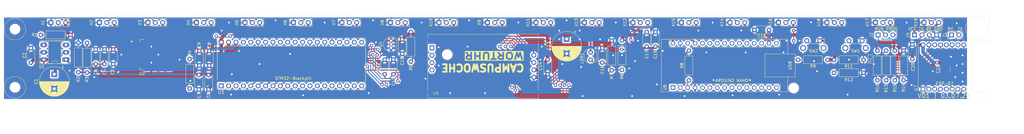
<source format=kicad_pcb>
(kicad_pcb (version 20241229) (generator "pcbnew") (generator_version "9.0")
  (layers (0 "F.Cu" signal) (2 "B.Cu" signal) (13 "F.Paste" user) (15 "B.Paste" user) (5 "F.SilkS" user "F.Silkscreen") (7 "B.SilkS" user "B.Silkscreen") (1 "F.Mask" user) (3 "B.Mask" user) (25 "Edge.Cuts" user))
  (net 0 "")
  (net 1 "GND")
  (net 2 "/BUTTON2")
  (net 3 "Net-(X4-Pin_2)")
  (net 4 "Net-(X12-Pin_2)")
  (net 5 "LED_DATA")
  (net 6 "Net-(X16-Pin_2)")
  (net 7 "+5V")
  (net 8 "/BUTTON1")
  (net 9 "LDR")
  (net 10 "+3V3")
  (net 11 "RX")
  (net 12 "TX")
  (net 13 "BOOT_SEL")
  (net 14 "TEMP")
  (net 15 "DATA_3V3")
  (net 16 "SCL")
  (net 17 "SDA")
  (net 18 "RX_ESP")
  (net 19 "RST")
  (net 20 "BM_ESP")
  (net 21 "TX_ESP")
  (net 22 "RST_ESP")
  (net 23 "Net-(J1-Pin_1)")
  (net 24 "Net-(U2-SENSE)")
  (net 25 "Net-(R4-Pad2)")
  (net 26 "Net-(R8-Pad1)")
  (net 55 "Net-(X2-Pin_2)")
  (net 56 "Net-(X6-Pin_2)")
  (net 57 "Net-(X10-Pin_2)")
  (net 58 "Net-(X11-Pin_2)")
  (net 59 "Net-(X14-Pin_2)")
  (net 60 "Net-(X17-Pin_2)")
  (net 61 "Net-(J2-Pin_3)")
  (net 62 "Net-(U7-EN)")
  (net 63 "Net-(U7-GPIO2)")
  (net 64 "Net-(U7-GPIO5)")
  (footprint "Resistor_THT:R_Axial_DIN0207_L6.3mm_D2.5mm_P10.16mm_Horizontal" (layer "F.Cu") (at 337.5 160 180)
    (property "Reference" "R12")
    (property "Value" "8k2")
  )
  (footprint "Button_Switch_THT:SW_Tactile_SPST_Angled_PTS645Vx83-2LFS" (layer "F.Cu") (at 318 149)
    (property "Reference" "SW2")
    (property "Value" "PTS645Vx83-2LFS")
  )
  (footprint "Resistor_THT:R_Axial_DIN0207_L6.3mm_D2.5mm_P10.16mm_Horizontal" (layer "F.Cu") (at 315 155.5375)
    (property "Reference" "R9")
    (property "Value" "4K53")
  )
  (footprint "TestPoint:TestPoint_Pad_1.0x1.0mm" (layer "F.Cu") (at 339.75 154.5)
    (property "Reference" "J1")
    (property "Value" "Conn_01x01_Pin")
  )
  (footprint "Capacitor_THT:C_Disc_D4.7mm_W2.5mm_P5.00mm" (layer "F.Cu") (at 79.75 152 -90)
    (property "Reference" "C3")
    (property "Value" "10u")
  )
  (footprint "Connector_PinHeader_2.54mm:PinHeader_1x02_P2.54mm_Vertical" (layer "F.Cu") (at 367.725 147 90)
    (property "Reference" "J3")
    (property "Value" "UART FLOATING")
  )
  (footprint "Connector_PinSocket_2.54mm:PinSocket_1x03_P2.54mm_Vertical" (layer "F.Cu") (at 124.983 142.75 90)
    (property "Reference" "X5")
    (property "Value" "Conn_01x03_Pin")
  )
  (footprint "Capacitor_THT:C_Disc_D4.7mm_W2.5mm_P5.00mm" (layer "F.Cu") (at 76.75 157 90)
    (property "Reference" "C4")
    (property "Value" "10u")
  )
  (footprint "Capacitor_THT:C_Disc_D4.7mm_W2.5mm_P5.00mm" (layer "F.Cu") (at 354.25 155.234 90)
    (property "Reference" "C20")
    (property "Value" "10u")
  )
  (footprint "Capacitor_THT:C_Disc_D4.7mm_W2.5mm_P5.00mm" (layer "F.Cu") (at 263 151 90)
    (property "Reference" "C17")
    (property "Value" "100n/X7R")
  )
  (footprint "Module:Arduino_Nano" (layer "F.Cu") (at 272 165.11 90)
    (property "Reference" "U6")
    (property "Value" "Arduino_Nano_Every")
  )
  (footprint "Custom:DS3231 Module" (layer "F.Cu") (at 205.435091 157.734)
    (property "Reference" "U5")
    (property "Value" "DS3231 Module")
  )
  (footprint "Resistor_THT:R_Axial_DIN0207_L6.3mm_D2.5mm_P10.16mm_Horizontal" (layer "F.Cu") (at 54.87877 147)
    (property "Reference" "R1")
    (property "Value" "np")
  )
  (footprint "Resistor_THT:R_Axial_DIN0207_L6.3mm_D2.5mm_P10.16mm_Horizontal" (layer "F.Cu") (at 254.5 159 90)
    (property "Reference" "R6")
    (property "Value" "np")
  )
  (footprint "Connector_PinSocket_2.54mm:PinSocket_1x03_P2.54mm_Vertical" (layer "F.Cu") (at 108.3206 142.75 90)
    (property "Reference" "X4")
    (property "Value" "Conn_01x03_Pin")
  )
  (footprint "Connector_PinSocket_2.54mm:PinSocket_1x03_P2.54mm_Vertical" (layer "F.Cu") (at 58.3334 142.75 90)
    (property "Reference" "X1")
    (property "Value" "Conn_01x03_Pin")
  )
  (footprint "Resistor_THT:R_Axial_DIN0207_L6.3mm_D2.5mm_P10.16mm_Horizontal" (layer "F.Cu") (at 277.5 162.58 90)
    (property "Reference" "R8")
    (property "Value" "100k")
  )
  (footprint "Connector_PinSocket_2.54mm:PinSocket_1x03_P2.54mm_Vertical" (layer "F.Cu") (at 158.3078 142.75 90)
    (property "Reference" "X7")
    (property "Value" "Conn_01x03_Pin")
  )
  (footprint "Resistor_THT:R_Axial_DIN0207_L6.3mm_D2.5mm_P10.16mm_Horizontal" (layer "F.Cu") (at 351.25 152.42 -90)
    (property "Reference" "R14")
    (property "Value" "8k2")
  )
  (footprint "MountingHole:MountingHole_3.2mm_M3_DIN965" (layer "F.Cu") (at 313.5 165.25)
    (property "Reference" "H4" (hide yes))
    (property "Value" "MountingHole")
  )
  (footprint "Connector_PinSocket_2.54mm:PinSocket_1x03_P2.54mm_Vertical" (layer "F.Cu") (at 341.5942 142.75 90)
    (property "Reference" "X17")
    (property "Value" "Conn_01x03_Pin")
  )
  (footprint "Capacitor_SMD:C_1812_4532Metric_Pad1.57x3.40mm_HandSolder" (layer "F.Cu") (at 365.5 158.75 -90)
    (property "Reference" "C19")
    (property "Value" "np")
  )
  (footprint "Connector_PinHeader_2.54mm:PinHeader_1x03_P2.54mm_Vertical" (layer "F.Cu") (at 342.5 147 90)
    (property "Reference" "J2")
    (property "Value" "PROG MODE")
  )
  (footprint "Resistor_THT:R_Axial_DIN0207_L6.3mm_D2.5mm_P10.16mm_Horizontal" (layer "F.Cu") (at 70.75 149.75 -90)
    (property "Reference" "R3")
    (property "Value" "160k")
  )
  (footprint "Capacitor_THT:CP_Radial_D10.0mm_P5.00mm" (layer "F.Cu") (at 235.5 148.382323 -90)
    (property "Reference" "C13")
    (property "Value" "47u")
  )
  (footprint "Resistor_THT:R_Axial_DIN0207_L6.3mm_D2.5mm_P10.16mm_Horizontal" (layer "F.Cu") (at 342.25 152.42 -90)
    (property "Reference" "R10")
    (property "Value" "8k2")
  )
  (footprint "Connector_PinSocket_2.54mm:PinSocket_1x03_P2.54mm_Vertical" (layer "F.Cu") (at 91.6582 142.75 90)
    (property "Reference" "X3")
    (property "Value" "Conn_01x03_Pin")
  )
  (footprint "Capacitor_THT:C_Disc_D4.7mm_W2.5mm_P5.00mm" (layer "F.Cu") (at 229 160.5 90)
    (property "Reference" "C14")
    (property "Value" "100n/X7R")
  )
  (footprint "Capacitor_THT:C_Disc_D4.7mm_W2.5mm_P5.00mm" (layer "F.Cu") (at 247.75 151.5 -90)
    (property "Reference" "C16")
    (property "Value" "1nF/X7R")
  )
  (footprint "Connector_PinSocket_2.54mm:PinSocket_1x03_P2.54mm_Vertical" (layer "F.Cu") (at 324.9318 142.75 90)
    (property "Reference" "X18")
    (property "Value" "Conn_01x03_Pin")
  )
  (footprint "Connector_PinSocket_2.54mm:PinSocket_1x03_P2.54mm_Vertical" (layer "F.Cu") (at 291.607 142.75 90)
    (property "Reference" "X14")
    (property "Value" "Conn_01x03_Pin")
  )
  (footprint "Connector_PinSocket_2.54mm:PinSocket_1x03_P2.54mm_Vertical" (layer "F.Cu") (at 174.9702 142.75 90)
    (property "Reference" "X8")
    (property "Value" "Conn_01x03_Pin")
  )
  (footprint "Capacitor_THT:C_Disc_D4.7mm_W2.5mm_P5.00mm" (layer "F.Cu") (at 266 151 90)
    (property "Reference" "C15")
    (property "Value" "100n/X7R")
  )
  (footprint "Button_Switch_THT:SW_Tactile_SPST_Angled_PTS645Vx83-2LFS" (layer "F.Cu") (at 332.5 149)
    (property "Reference" "SW1")
    (property "Value" "PTS645Vx83-2LFS")
  )
  (footprint "MountingHole:MountingHole_3.2mm_M3_DIN965" (layer "F.Cu") (at 376.25 144.75)
    (property "Reference" "H5" (hide yes))
    (property "Value" "MountingHole")
  )
  (footprint "Connector_PinSocket_2.54mm:PinSocket_1x03_P2.54mm_Vertical" (layer "F.Cu") (at 308.2694 142.75 90)
    (property "Reference" "X16")
    (property "Value" "Conn_01x03_Pin")
  )
  (footprint "Connector_PinSocket_2.54mm:PinSocket_1x03_P2.54mm_Vertical" (layer "F.Cu") (at 258.2822 142.75 90)
    (property "Reference" "X12")
    (property "Value" "Conn_01x03_Pin")
  )
  (footprint "RF_Module:ESP-07" (layer "F.Cu") (at 367.03 158 -90)
    (property "Reference" "U7")
    (property "Value" "ESP-07")
  )
  (footprint "Capacitor_THT:C_Disc_D4.7mm_W2.5mm_P5.00mm" (layer "F.Cu") (at 176 160.5 90)
    (property "Reference" "C11")
    (property "Value" "1nF/X7R")
  )
  (footprint "Package_DIP:DIP-6_W7.62mm_Socket_LongPads" (layer "F.Cu") (at 63.5 155.5 180)
    (property "Reference" "U1")
    (property "Value" "DIP6 Sockel für H11L1")
  )
  (footprint "Capacitor_THT:C_Disc_D4.7mm_W2.5mm_P5.00mm" (layer "F.Cu") (at 109.31 157.5 90)
    (property "Reference" "C9")
    (property "Value" "10u")
  )
  (footprint "Capacitor_THT:C_Disc_D4.7mm_W2.5mm_P5.00mm" (layer "F.Cu") (at 112.71 157.5 90)
    (property "Reference" "C8")
    (property "Value" "100n/X7R")
  )
  (footprint "Capacitor_THT:C_Disc_D4.7mm_W2.5mm_P5.00mm" (layer "F.Cu") (at 109.15 160.75 -90)
    (property "Reference" "C7")
    (property "Value" "10u")
  )
  (footprint "Capacitor_THT:C_Disc_D4.7mm_W2.5mm_P5.00mm" (layer "F.Cu") (at 173 160.5 90)
    (property "Reference" "C12")
    (property "Value" "1nF/X7R")
  )
  (footprint "Resistor_THT:R_Axial_DIN0207_L6.3mm_D2.5mm_P10.16mm_Horizontal" (layer "F.Cu") (at 337.5 155.5375 180)
    (property "Reference" "R11")
    (property "Value" "4K53")
  )
  (footprint "Package_TO_SOT_THT:TO-92_Inline" (layer "F.Cu") (at 175.192247 151.5 90)
    (property "Reference" "U4")
    (property "Value" "DS18B20")
  )
  (footprint "Capacitor_THT:C_Disc_D4.7mm_W2.5mm_P5.00mm" (layer "F.Cu") (at 112.5 160.75 -90)
    (property "Reference" "C6")
    (property "Value" "100n/X7R")
  )
  (footprint "MountingHole:MountingHole_3.2mm_M3_DIN965" (layer "F.Cu") (at 194.5 153.75)
    (property "Reference" "H3" (hide yes))
    (property "Value" "MountingHole")
  )
  (footprint "Connector_PinSocket_2.54mm:PinSocket_1x03_P2.54mm_Vertical" (layer "F.Cu") (at 191.6326 142.75 90)
    (property "Reference" "X10")
    (property "Value" "Conn_01x03_Pin")
  )
  (footprint "Connector_PinSocket_2.54mm:PinSocket_1x03_P2.54mm_Vertical" (layer "F.Cu") (at 141.6454 142.75 90)
    (property "Reference" "X6")
    (property "Value" "Conn_01x03_Pin")
  )
  (footprint "Connector_PinSocket_2.54mm:PinSocket_1x03_P2.54mm_Vertical" (layer "F.Cu") (at 241.6198 142.75 90)
    (property "Reference" "X13")
    (property "Value" "Conn_01x03_Pin")
  )
  (footprint "Connector_PinSocket_2.54mm:PinSocket_1x03_P2.54mm_Vertical" (layer "F.Cu") (at 74.9958 142.75 90)
    (property "Reference" "X2")
    (property "Value" "Conn_01x03_Pin")
  )
  (footprint "Capacitor_THT:C_Disc_D4.7mm_W2.5mm_P5.00mm" (layer "F.Cu") (at 51.45877 151.5 -90)
    (property "Reference" "C2")
    (property "Value" "100n/X7R")
  )
  (footprint "MountingHole:MountingHole_3.2mm_M3_DIN965" (layer "F.Cu") (at 46 145)
    (property "Reference" "H2" (hide yes))
    (property "Value" "MountingHole")
  )
  (footprint "Connector_PinSocket_2.54mm:PinSocket_1x03_P2.54mm_Vertical" (layer "F.Cu") (at 208.295 142.75 90)
    (property "Reference" "X9")
    (property "Value" "Conn_01x03_Pin")
  )
  (footprint "Resistor_THT:R_Axial_DIN0207_L6.3mm_D2.5mm_P10.16mm_Horizontal" (layer "F.Cu") (at 251 149 -90)
    (property "Reference" "R7")
    (property "Value" "240k")
  )
  (footprint "Connector_PinSocket_2.54mm:PinSocket_1x03_P2.54mm_Vertical" (layer "F.Cu") (at 224.9574 142.75 90)
    (property "Reference" "X11")
    (property "Value" "Conn_01x03_Pin")
  )
  (footprint "Capacitor_THT:C_Disc_D4.7mm_W2.5mm_P5.00mm" (layer "F.Cu") (at 179 153.5 90)
    (property "Reference" "C10")
    (property "Value" "100n/X7R")
  )
  (footprint "Resistor_THT:R_Axial_DIN0207_L6.3mm_D2.5mm_P10.16mm_Horizontal" (layer "F.Cu") (at 67.75 159.83 90)
    (property "Reference" "R2")
    (property "Value" "22k")
  )
  (footprint "Resistor_THT:R_Axial_DIN0207_L6.3mm_D2.5mm_P10.16mm_Horizontal" (layer "F.Cu") (at 345.25 152.42 -90)
    (property "Reference" "R15")
    (property "Value" "91R")
  )
  (footprint "Connector_PinSocket_2.54mm:PinSocket_1x03_P2.54mm_Vertical" (layer "F.Cu") (at 274.9446 142.75 90)
    (property "Reference" "X15")
    (property "Value" "Conn_01x03_Pin")
  )
  (footprint "Connector_PinSocket_2.54mm:PinSocket_1x03_P2.54mm_Vertical" (layer "F.Cu") (at 358.2566 142.75 90)
    (property "Reference" "X19")
    (property "Value" "Conn_01x03_Pin")
  )
  (footprint "Capacitor_THT:CP_Radial_D10.0mm_P5.00mm" (layer "F.Cu") (at 59.5 160.5 -90)
    (property "Reference" "C1")
    (property "Value" "47u")
  )
  (footprint "Package_TO_SOT_SMD:TO-263-5_TabPin3" (layer "F.Cu") (at 93.75 153.75)
    (property "Reference" "U2")
    (property "Value" "MCP1826-ADJE/ET")
  )
  (footprint "Resistor_THT:R_Axial_DIN0207_L6.3mm_D2.5mm_P10.16mm_Horizontal" (layer "F.Cu") (at 348.246068 162.58256 90)
    (property "Reference" "R13")
    (property "Value" "8k2")
  )
  (footprint "Capacitor_THT:C_Disc_D4.7mm_W2.5mm_P5.00mm" (layer "F.Cu") (at 305.023372 145.292151 180)
    (property "Reference" "C18")
    (property "Value" "100n/X7R")
  )
  (footprint "Resistor_THT:R_Axial_DIN0207_L6.3mm_D2.5mm_P10.16mm_Horizontal" (layer "F.Cu") (at 182 146 -90)
    (property "Reference" "R5")
    (property "Value" "8k2")
  )
  (footprint "Capacitor_THT:C_Disc_D4.7mm_W2.5mm_P5.00mm" (layer "F.Cu") (at 73.75 157 90)
    (property "Reference" "C5")
    (property "Value" "100n/X7R")
  )
  (footprint "OptoDevice:R_LDR_4.9x4.2mm_P2.54mm_Vertical" (layer "F.Cu") (at 243.75 153 -90)
    (property "Reference" "LDR1")
    (property "Value" "A 905014")
  )
  (footprint "Custom:Bluepill" (layer "F.Cu") (at 141.224 157 90)
    (property "Reference" "U3")
    (property "Value" "Bluepill")
  )
  (footprint "Resistor_THT:R_Axial_DIN0207_L6.3mm_D2.5mm_P10.16mm_Horizontal" (layer "F.Cu") (at 106 155.25 -90)
    (property "Reference" "R4")
    (property "Value" "120R")
  )
  (footprint "MountingHole:MountingHole_3.2mm_M3_DIN965" (layer "F.Cu") (at 46 165)
    (property "Reference" "H1" (hide yes))
    (property "Value" "MountingHole")
  )
  (footprint "Connector_PinHeader_2.54mm:PinHeader_1x04_P2.54mm_Vertical" (layer "F.Cu") (at 355 147 90)
    (property "Reference" "J4")
    (property "Value" "UART")
  )
  (gr_circle (center 376.25 144.75) (end 378.75 147.5) (stroke (width 0.1)) (fill no) (layer "F.SilkS"))
  (gr_line (start 187.75 149.25) (end 187.75 166.25) (stroke (width 0.1)) (layer "F.SilkS"))
  (gr_circle (center 46 165) (end 48.5 167.75) (stroke (width 0.1)) (fill no) (layer "F.SilkS"))
  (gr_line (start 225.75 149) (end 225.75 166) (stroke (width 0.1)) (layer "F.SilkS"))
  (gr_line (start 166.434 150.83) (end 166.434 163.17) (stroke (width 0.15)) (layer "F.SilkS"))
  (gr_circle (center 46 145) (end 48.5 147.75) (stroke (width 0.1)) (fill no) (layer "F.SilkS"))
  (gr_line (start 115.5 150.5) (end 115.5 162.25) (stroke (width 0.15)) (layer "F.SilkS"))
  (gr_line (start 380.75 149.2) (end 374.44 149.75) (stroke (width 0.05)) (layer "Edge.Cuts"))
  (gr_line (start 41.75 140.5) (end 380.75 140.5) (stroke (width 0.05)) (layer "Edge.Cuts"))
  (gr_line (start 380.75 149.2) (end 380.75 140.5) (stroke (width 0.05)) (layer "Edge.Cuts"))
  (gr_line (start 374.44 166.3) (end 380.75 166.7) (stroke (width 0.05)) (layer "Edge.Cuts"))
  (gr_line (start 374.44 149.75) (end 374.44 166.3) (stroke (width 0.05)) (layer "Edge.Cuts"))
  (gr_line (start 380.75 169.5) (end 41.75 169.5) (stroke (width 0.05)) (layer "Edge.Cuts"))
  (gr_line (start 380.75 166.7) (end 380.75 169.5) (stroke (width 0.05)) (layer "Edge.Cuts"))
  (gr_line (start 41.75 169.5) (end 41.75 140.5) (stroke (width 0.05)) (layer "Edge.Cuts"))
  (gr_text "RX  TX" (at 366.25 145.5 0) (layer "F.SilkS") (effects (font (size 1 1)) (justify left bottom)))
  (gr_text "CAMPUSWOCHE" (at 221.25 156.749562 180) (layer "F.SilkS") (effects (font (size 2.54 2.54) (thickness 1.000001)) (justify left bottom)))
  (gr_text "ARDUINO NANO" (at 286.5 163.25 0) (layer "F.SilkS") (effects (font (size 1 1)) (justify left bottom)))
  (gr_text "STM32-Blackpill" (at 135.25 162.5 0) (layer "F.SilkS") (effects (font (size 1 1)) (justify left bottom)))
  (gr_text "RUN PROG\n" (at 341.25 145.5 0) (layer "F.SilkS") (effects (font (size 1 1)) (justify left bottom)))
  (gr_text "VCC TX RX GND" (at 352.75 145.5 0) (layer "F.SilkS") (effects (font (size 1 1)) (justify left bottom)))
  (gr_text "ESP-07\n" (at 362.25 164.25 0) (layer "F.SilkS") (effects (font (size 1 1)) (justify left bottom)))
  (gr_text "WORTUHR" (at 221.25 152.75 180) (layer "F.SilkS" knockout) (effects (font (size 2.2225 2.8448) (thickness 1.000001)) (justify left bottom)))
  (gr_text "V01 | 03.07.25" (at 356 168.75 0) (layer "F.SilkS") (effects (font (size 1.5 1.5) (thickness 0.2)) (justify left bottom)))
  (segment (start 175.192247 153.442247) (end 175.25 153.5) (width 0.7) (layer "F.Cu") (net 1))
  (segment (start 82.5 153.75) (end 86.1 153.75) (width 1) (layer "F.Cu") (net 1))
  (segment (start 177.25 152.25) (end 177.75 152.25) (width 0.7) (layer "F.Cu") (net 1))
  (segment (start 119.384 149.5) (end 119.384 158.616) (width 1.2) (layer "F.Cu") (net 1))
  (segment (start 175.192247 151.5) (end 175.192247 153.442247) (width 0.7) (layer "F.Cu") (net 1))
  (segment (start 249.25 150) (end 250 150) (width 1.2) (layer "F.Cu") (net 1))
  (segment (start 227.966 161.534) (end 229 160.5) (width 1.2) (layer "F.Cu") (net 1))
  (segment (start 176 153.5) (end 177.25 152.25) (width 0.7) (layer "F.Cu") (net 1))
  (segment (start 86.1 153.75) (end 95.25 153.75) (width 1) (layer "F.Cu") (net 1))
  (segment (start 175.25 153.5) (end 176 153.5) (width 0.7) (layer "F.Cu") (net 1))
  (segment (start 337.5 160) (end 338 160) (width 0.7) (layer "F.Cu") (net 1))
  (segment (start 52.95877 153) (end 51.45877 151.5) (width 0.5) (layer "F.Cu") (net 1))
  (segment (start 119.384 158.616) (end 112.5 165.5) (width 1.2) (layer "F.Cu") (net 1))
  (segment (start 55.88 152.96) (end 55.84 153) (width 0.5) (layer "F.Cu") (net 1))
  (segment (start 247.75 151.5) (end 249.25 150) (width 1.2) (layer "F.Cu") (net 1))
  (segment (start 112.5 165.5) (end 112.5 165.75) (width 1.2) (layer "F.Cu") (net 1))
  (segment (start 177.75 152.25) (end 179 153.5) (width 0.7) (layer "F.Cu") (net 1))
  (segment (start 55.84 153) (end 52.95877 153) (width 0.5) (layer "F.Cu") (net 1))
  (segment (start 250 150) (end 251 149) (width 1.2) (layer "F.Cu") (net 1))
  (segment (start 322.5 149) (end 321.25 150.25) (width 0.7) (layer "F.Cu") (net 1))
  (segment (start 322.5 149) (end 324.75 149) (width 0.7) (layer "F.Cu") (net 1))
  (segment (start 224.235091 161.534) (end 227.966 161.534) (width 1.2) (layer "F.Cu") (net 1))
  (segment (start 338 160) (end 341 157) (width 0.7) (layer "F.Cu") (net 1))
  (via (at 311 149) (size 1.2) (drill 0.6) (layers "F.Cu" "B.Cu") (net 1))
  (via (at 234 151.5) (size 1.2) (drill 0.6) (layers "F.Cu" "B.Cu") (net 1))
  (via (at 268.5 152.5) (size 1.2) (drill 0.6) (layers "F.Cu" "B.Cu") (net 1))
  (via (at 252.404831 142.724906) (size 1.2) (drill 0.6) (layers "F.Cu" "B.Cu") (net 1))
  (via (at 73.25 161.5) (size 1.2) (drill 0.6) (layers "F.Cu" "B.Cu") (net 1))
  (via (at 191.5 157.5) (size 1.2) (drill 0.6) (layers "F.Cu" "B.Cu") (net 1))
  (via (at 123 152.5) (size 1.2) (drill 0.6) (layers "F.Cu" "B.Cu") (net 1))
  (via (at 297 153) (size 1.2) (drill 0.6) (layers "F.Cu" "B.Cu") (net 1))
  (via (at 258 168) (size 1.2) (drill 0.6) (layers "F.Cu" "B.Cu") (net 1))
  (via (at 185.676749 142.74105) (size 1.2) (drill 0.6) (layers "F.Cu" "B.Cu") (net 1))
  (via (at 283.5 153) (size 1.2) (drill 0.6) (layers "F.Cu" "B.Cu") (net 1))
  (via (at 135.5 142) (size 1.2) (drill 0.6) (layers "F.Cu" "B.Cu") (net 1))
  (via (at 295.5 145.5) (size 1.2) (drill 0.6) (layers "F.Cu" "B.Cu") (net 1))
  (via (at 286 162.5) (size 1.2) (drill 0.6) (layers "F.Cu" "B.Cu") (net 1))
  (via (at 102.5 155.5) (size 1.2) (drill 0.6) (layers "F.Cu" "B.Cu") (net 1))
  (via (at 202 142) (size 1.2) (drill 0.6) (layers "F.Cu" "B.Cu") (net 1))
  (via (at 120.5 160.5) (size 1.2) (drill 0.6) (layers "F.Cu" "B.Cu") (net 1))
  (via (at 254.5 154) (size 1.2) (drill 0.6) (layers "F.Cu" "B.Cu") (net 1))
  (via (at 310 153) (size 1.2) (drill 0.6) (layers "F.Cu" "B.Cu") (net 1))
  (via (at 106.25 162.75) (size 1.2) (drill 0.6) (layers "F.Cu" "B.Cu") (net 1))
  (via (at 140.5 153.5) (size 1.2) (drill 0.6) (layers "F.Cu" "B.Cu") (net 1))
  (via (at 266.5 164) (size 1.2) (drill 0.6) (layers "F.Cu" "B.Cu") (net 1))
  (via (at 371.5 163) (size 1.2) (drill 0.6) (layers "F.Cu" "B.Cu") (net 1))
  (via (at 170 149.5) (size 1.2) (drill 0.6) (layers "F.Cu" "B.Cu") (net 1))
  (via (at 371.5 160) (size 1.2) (drill 0.6) (layers "F.Cu" "B.Cu") (net 1))
  (via (at 169 142) (size 1.2) (drill 0.6) (layers "F.Cu" "B.Cu") (net 1))
  (via (at 285.70228 142.7375) (size 1.2) (drill 0.6) (layers "F.Cu" "B.Cu") (net 1))
  (via (at 120.25 167.5) (size 1.2) (drill 0.6) (layers "F.Cu" "B.Cu") (net 1))
  (via (at 207.5 167) (size 1.2) (drill 0.6) (layers "F.Cu" "B.Cu") (net 1))
  (via (at 187 162) (size 1.2) (drill 0.6) (layers "F.Cu" "B.Cu") (net 1))
  (via (at 92.825 150.975) (size 1.2) (drill 0.6) (layers "F.Cu" "B.Cu") (net 1))
  (via (at 257.5 145.5) (size 1.2) (drill 0.6) (layers "F.Cu" "B.Cu") (net 1))
  (via (at 367.5 154.5) (size 1.2) (drill 0.6) (layers "F.Cu" "B.Cu") (net 1))
  (via (at 218.917815 142.720844) (size 1.2) (drill 0.6) (layers "F.Cu" "B.Cu") (net 1))
  (via (at 298.5 162.5) (size 1.2) (drill 0.6) (layers "F.Cu" "B.Cu") (net 1))
  (via (at 341 157) (size 1.2) (drill 0.6) (layers "F.Cu" "B.Cu") (net 1))
  (via (at 119.5 142.75) (size 1.2) (drill 0.6) (layers "F.Cu" "B.Cu") (net 1))
  (via (at 369.5 143) (size 1.2) (drill 0.6) (layers "F.Cu" "B.Cu") (net 1))
  (via (at 315.5 149) (size 1.2) (drill 0.6) (layers "F.Cu" "B.Cu") (net 1))
  (via (at 239.5 151.5) (size 1.2) (drill 0.6) (layers "F.Cu" "B.Cu") (net 1))
  (via (at 247 148.5) (size 1.2) (drill 0.6) (layers "F.Cu" "B.Cu") (net 1))
  (via (at 257 158.5) (size 1.2) (drill 0.6) (layers "F.Cu" "B.Cu") (net 1))
  (via (at 240 148.5) (size 1.2) (drill 0.6) (layers "F.Cu" "B.Cu") (net 1))
  (via (at 259 156) (size 1.2) (drill 0.6) (layers "F.Cu" "B.Cu") (net 1))
  (via (at 241 168) (size 1.2) (drill 0.6) (layers "F.Cu" "B.Cu") (net 1))
  (via (at 332.5 155.5) (size 1.2) (drill 0.6) (layers "F.Cu" "B.Cu") (net 1))
  (via (at 240.5 158) (size 1.2) (drill 0.6) (layers "F.Cu" "B.Cu") (net 1))
  (via (at 245.5 151.5) (size 1.2) (drill 0.6) (layers "F.Cu" "B.Cu") (net 1))
  (via (at 292.5 167.75) (size 1.2) (drill 0.6) (layers "F.Cu" "B.Cu") (net 1))
  (via (at 321.5 159.5) (size 1.2) (drill 0.6) (layers "F.Cu" "B.Cu") (net 1))
  (via (at 308.5 167.5) (size 1.2) (drill 0.6) (layers "F.Cu" "B.Cu") (net 1))
  (via (at 361.25 159.5) (size 1.2) (drill 0.6) (layers "F.Cu" "B.Cu") (net 1))
  (via (at 352.334086 142.740908) (size 1.2) (drill 0.6) (layers "F.Cu" "B.Cu") (net 1))
  (via (at 201.5 151) (size 1.2) (drill 0.6) (layers "F.Cu" "B.Cu") (net 1))
  (via (at 371.5 157) (size 1.2) (drill 0.6) (layers "F.Cu" "B.Cu") (net 1))
  (via (at 280.75 145.5) (size 1.2) (drill 0.6) (layers "F.Cu" "B.Cu") (net 1))
  (via (at 332 167.5) (size 1.2) (drill 0.6) (layers "F.Cu" "B.Cu") (net 1))
  (via (at 233 145.5) (size 1.2) (drill 0.6) (layers "F.Cu" "B.Cu") (net 1))
  (via (at 130 157) (size 1.2) (drill 0.6) (layers "F.Cu" "B.Cu") (net 1))
  (via (at 167.5 167) (size 1.2) (drill 0.6) (layers "F.Cu" "B.Cu") (net 1))
  (via (at 251.5 154) (size 1.2) (drill 0.6) (layers "F.Cu" "B.Cu") (net 1))
  (via (at 233 148.5) (size 1.2) (drill 0.6) (layers "F.Cu" "B.Cu") (net 1))
  (via (at 145 167.75) (size 1.2) (drill 0.6) (layers "F.Cu" "B.Cu") (net 1))
  (via (at 319.450914 142.655455) (size 1.2) (drill 0.6) (layers "F.Cu" "B.Cu") (net 1))
  (via (at 369.5 157.5) (size 1.2) (drill 0.6) (layers "F.Cu" "B.Cu") (net 1))
  (via (at 82.5 153.75) (size 1.2) (drill 0.6) (layers "F.Cu" "B.Cu") (net 1))
  (via (at 195.5 167) (size 1.2) (drill 0.6) (layers "F.Cu" "B.Cu") (net 1))
  (via (at 152.422401 142.74105) (size 1.2) (drill 0.6) (layers "F.Cu" "B.Cu") (net 1))
  (via (at 191.5 151.25) (size 1.2) (drill 0.6) (layers "F.Cu" "B.Cu") (net 1))
  (via (at 64.75 159.25) (size 1.2) (drill 0.6) (layers "F.Cu" "B.Cu") (net 1))
  (via (at 92.825 156.525) (size 1.2) (drill 0.6) (layers "F.Cu" "B.Cu") (net 1))
  (via (at 238 154.25) (size 1.2) (drill 0.6) (layers "F.Cu" "B.Cu") (net 1))
  (via (at 234 157) (size 1.2) (drill 0.6) (layers "F.Cu" "B.Cu") (net 1))
  (via (at 371.5 154) (size 1.2) (drill 0.6) (layers "F.Cu" "B.Cu") (net 1))
  (via (at 117 145.5) (size 1.2) (drill 0.6) (layers "F.Cu" "B.Cu") (net 1))
  (via (at 240 145.5) (size 1.2) (drill 0.6) (layers "F.Cu" "B.Cu") (net 1))
  (via (at 369 161.5) (size 1.2) (drill 0.6) (layers "F.Cu" "B.Cu") (net 1))
  (via (at 226.5 155.5) (size 1.2) (drill 0.6) (layers "F.Cu" "B.Cu") (net 1))
  (via (at 260 149) (size 1.2) (drill 0.6) (layers "F.Cu" "B.Cu") (net 1))
  (via (at 354 164.25) (size 1.2) (drill 0.6) (layers "F.Cu" "B.Cu") (net 1))
  (via (at 235.5 142) (size 1.2) (drill 0.6) (layers "F.Cu" "B.Cu") (net 1))
  (via (at 320.5 156) (size 1.2) (drill 0.6) (layers "F.Cu" "B.Cu") (net 1))
  (via (at 227 151) (size 1.2) (drill 0.6) (layers "F.Cu" "B.Cu") (net 1))
  (via (at 95.25 153.75) (size 1.2) (drill 0.6) (layers "F.Cu" "B.Cu") (net 1))
  (via (at 276 168) (size 1.2) (drill 0.6) (layers "F.Cu" "B.Cu") (net 1))
  (segment (start 229.330371 163.801) (end 230.83037 162.301) (width 0.3) (layer "F.Cu") (net 2))
  (segment (start 220.898 156.148) (end 222 157.25) (width 0.3) (layer "F.Cu") (net 2))
  (segment (start 168.573656 154) (end 162.331962 154) (width 0.3) (layer "F.Cu") (net 2))
  (segment (start 230.831785 162.301) (end 233.234786 159.898) (width 0.3) (layer "F.Cu") (net 2))
  (segment (start 238.781837 160.597) (end 258.403001 160.597) (width 0.3) (layer "F.Cu") (net 2))
  (segment (start 186 150.867214) (end 187.864214 149.003) (width 0.3) (layer "F.Cu") (net 2))
  (segment (start 177.048743 159.951257) (end 183.798743 159.951257) (width 0.3) (layer "F.Cu") (net 2))
  (segment (start 183.798743 159.951257) (end 186 157.75) (width 0.3) (layer "F.Cu") (net 2))
  (segment (start 263.699001 155.301) (end 313.331785 155.301) (width 0.3) (layer "F.Cu") (net 2))
  (segment (start 223.0255 163.801) (end 229.330371 163.801) (width 0.3) (layer "F.Cu") (net 2))
  (segment (start 313.331785 155.301) (end 313.568285 155.5375) (width 0.3) (layer "F.Cu") (net 2))
  (segment (start 238.082838 159.898) (end 238.781837 160.597) (width 0.3) (layer "F.Cu") (net 2))
  (segment (start 313.568285 155.5375) (end 315 155.5375) (width 0.3) (layer "F.Cu") (net 2))
  (segment (start 318 149) (end 320 151) (width 0.3) (layer "F.Cu") (net 2))
  (segment (start 222 157.25) (end 222 162.7755) (width 0.3) (layer "F.Cu") (net 2))
  (segment (start 161.428962 154.902998) (end 160.281524 154.902998) (width 0.3) (layer "F.Cu") (net 2))
  (segment (start 160.281524 154.902998) (end 160.281523 154.903) (width 0.3) (layer "F.Cu") (net 2))
  (segment (start 168.936825 153.850001) (end 168.723655 153.850001) (width 0.3) (layer "F.Cu") (net 2))
  (segment (start 217.104643 149.003) (end 220.898 152.796358) (width 0.3) (layer "F.Cu") (net 2))
  (segment (start 258.403001 160.597) (end 263.699001 155.301) (width 0.3) (layer "F.Cu") (net 2))
  (segment (start 146.403 154.903) (end 144.784 153.284) (width 0.3) (layer "F.Cu") (net 2))
  (segment (start 320 153.5) (end 317.9625 155.5375) (width 0.3) (layer "F.Cu") (net 2))
  (segment (start 233.234786 159.898) (end 238.082838 159.898) (width 0.3) (layer "F.Cu") (net 2))
  (segment (start 176 161) (end 177.048743 159.951257) (width 0.3) (layer "F.Cu") (net 2))
  (segment (start 168.723655 153.850001) (end 168.573656 154) (width 0.3) (layer "F.Cu") (net 2))
  (segment (start 222 162.7755) (end 223.0255 163.801) (width 0.3) (layer "F.Cu") (net 2))
  (segment (start 230.83037 162.301) (end 230.831785 162.301) (width 0.3) (layer "F.Cu") (net 2))
  (segment (start 220.898 152.796358) (end 220.898 156.148) (width 0.3) (layer "F.Cu") (net 2))
  (segment (start 162.331962 154) (end 161.428962 154.902998) (width 0.3) (layer "F.Cu") (net 2))
  (segment (start 160.281523 154.903) (end 146.403 154.903) (width 0.3) (layer "F.Cu") (net 2))
  (segment (start 144.784 153.284) (end 144.784 149.5) (width 0.3) (layer "F.Cu") (net 2))
  (segment (start 317.9625 155.5375) (end 315 155.5375) (width 0.3) (layer "F.Cu") (net 2))
  (segment (start 187.864214 149.003) (end 217.104643 149.003) (width 0.3) (layer "F.Cu") (net 2))
  (segment (start 186 157.75) (end 186 150.867214) (width 0.3) (layer "F.Cu") (net 2))
  (segment (start 320 151) (end 320 153.5) (width 0.3) (layer "F.Cu") (net 2))
  (via (at 168.936825 153.850001) (size 1.2) (drill 0.6) (layers "F.Cu" "B.Cu") (net 2))
  (segment (start 172 162) (end 174.5 162) (width 0.3) (layer "B.Cu") (net 2))
  (segment (start 168.936825 153.850001) (end 169 153.913176) (width 0.3) (layer "B.Cu") (net 2))
  (segment (start 169 159) (end 172 162) (width 0.3) (layer "B.Cu") (net 2))
  (segment (start 174.5 162) (end 176 160.5) (width 0.3) (layer "B.Cu") (net 2))
  (segment (start 169 153.913176) (end 169 159) (width 0.3) (layer "B.Cu") (net 2))
  (segment (start 110.8606 142.75) (end 112.3606 141.25) (width 0.3) (layer "F.Cu") (net 3))
  (segment (start 126.023 141.25) (end 127.523 142.75) (width 0.3) (layer "F.Cu") (net 3))
  (segment (start 112.3606 141.25) (end 126.023 141.25) (width 0.3) (layer "F.Cu") (net 3))
  (segment (start 245.6598 141.25) (end 259.3222 141.25) (width 0.3) (layer "F.Cu") (net 4))
  (segment (start 259.3222 141.25) (end 260.8222 142.75) (width 0.3) (layer "F.Cu") (net 4))
  (segment (start 244.1598 142.75) (end 245.6598 141.25) (width 0.3) (layer "F.Cu") (net 4))
  (segment (start 60.8734 145.6266) (end 60.8734 142.75) (width 0.3) (layer "F.Cu") (net 5))
  (segment (start 56.5 147) (end 59.5 147) (width 0.3) (layer "F.Cu") (net 5))
  (segment (start 54.87877 147) (end 56.5 147) (width 0.3) (layer "F.Cu") (net 5))
  (segment (start 59.5 147) (end 60.8734 145.6266) (width 0.3) (layer "F.Cu") (net 5))
  (segment (start 56.33877 149.96123) (end 56.33877 147.16123) (width 0.3) (layer "F.Cu") (net 5))
  (segment (start 55.88 150.42) (end 56.33877 149.96123) (width 0.3) (layer "F.Cu") (net 5))
  (segment (start 56.33877 147.16123) (end 56.5 147) (width 0.3) (layer "F.Cu") (net 5))
  (segment (start 310.8094 142.75) (end 312.3094 141.25) (width 0.3) (layer "F.Cu") (net 6))
  (segment (start 325.9718 141.25) (end 327.4718 142.75) (width 0.3) (layer "F.Cu") (net 6))
  (segment (start 312.3094 141.25) (end 325.9718 141.25) (width 0.3) (layer "F.Cu") (net 6))
  (segment (start 296.75 144.25) (end 298.25 144.25) (width 0.7) (layer "F.Cu") (net 7))
  (segment (start 230.0374 144.0374) (end 230.25 144.25) (width 0.7) (layer "F.Cu") (net 7))
  (segment (start 330.0118 144.2382) (end 330 144.25) (width 0.7) (layer "F.Cu") (net 7))
  (segment (start 280.25 144.25) (end 296.75 144.25) (width 0.7) (layer "F.Cu") (net 7))
  (segment (start 96.7382 144.2382) (end 96.75 144.25) (width 0.7) (layer "F.Cu") (net 7))
  (segment (start 280.0246 142.75) (end 280.0246 144.0246) (width 0.7) (layer "F.Cu") (net 7))
  (segment (start 113.25 144.25) (end 130 144.25) (width 0.7) (layer "F.Cu") (net 7))
  (segment (start 180.0502 144.1998) (end 180 144.25) (width 0.7) (layer "F.Cu") (net 7))
  (segment (start 163.3878 144.1378) (end 163.5 144.25) (width 0.7) (layer "F.Cu") (net 7))
  (segment (start 263.3622 142.75) (end 263.3622 144.1378) (width 0.7) (layer "F.Cu") (net 7))
  (segment (start 265.5 151.5) (end 266 151) (width 0.7) (layer "F.Cu") (net 7))
  (segment (start 163.5 144.25) (end 180 144.25) (width 0.7) (layer "F.Cu") (net 7))
  (segment (start 180.0502 142.75) (end 180.0502 144.1998) (width 0.7) (layer "F.Cu") (net 7))
  (segment (start 59.853283 155.353283) (end 59.853283 160.146717) (width 1) (layer "F.Cu") (net 7))
  (segment (start 196.7126 143.9626) (end 197 144.25) (width 0.7) (layer "F.Cu") (net 7))
  (segment (start 63.4134 142.75) (end 63.4134 145.37463) (width 1.2) (layer "F.Cu") (net 7))
  (segment (start 59.5 155) (end 59.853283 155.353283) (width 1) (layer "F.Cu") (net 7))
  (segment (start 96.7382 142.75) (end 96.7382 144.2382) (width 0.7) (layer "F.Cu") (net 7))
  (segment (start 130.063 144.187) (end 130 144.25) (width 0.7) (layer "F.Cu") (net 7))
  (segment (start 330.0118 142.75) (end 330.0118 144.2382) (width 0.7) (layer "F.Cu") (net 7))
  (segment (start 163.3878 142.75) (end 163.3878 144.1378) (width 0.7) (layer "F.Cu") (net 7))
  (segment (start 246.6998 142.75) (end 246.6998 144.1998) (width 0.7) (layer "F.Cu") (net 7))
  (segment (start 63.269385 145.980615) (end 64.019385 145.980615) (width 1.2) (layer "F.Cu") (net 7))
  (segment (start 313.3494 144.0994) (end 313.5 144.25) (width 0.7) (layer "F.Cu") (net 7))
  (segment (start 346.75 144.25) (end 355 144.25) (width 0.7) (layer "F.Cu") (net 7))
  (segment (start 80.0758 143.5758) (end 80.75 144.25) (width 0.7) (layer "F.Cu") (net 7))
  (segment (start 278.5 148.5) (end 279.62 149.62) (width 0.5) (layer "F.Cu") (net 7))
  (segment (start 146.7254 142.75) (end 146.7254 144.2254) (width 0.7) (layer "F.Cu") (net 7))
  (segment (start 59.5 149.75) (end 63.269385 145.980615) (width 1.2) (layer "F.Cu") (net 7))
  (segment (start 269.865409 148.5) (end 272 148.5) (width 0.7) (layer "F.Cu") (net 7))
  (segment (start 355 147) (end 355 144.25) (width 0.7) (layer "F.Cu") (net 7))
  (segment (start 113.4006 144.0994) (end 113.25 144.25) (width 0.7) (layer "F.Cu") (net 7))
  (segment (start 146.7254 144.2254) (end 146.75 144.25) (width 0.7) (layer "F.Cu") (net 7))
  (segment (start 196.7126 142.75) (end 196.7126 143.9626) (width 0.7) (layer "F.Cu") (net 7))
  (segment (start 59.853283 160.146717) (end 59.5 160.5) (width 1) (layer "F.Cu") (net 7))
  (segment (start 213.375 142.75) (end 213.375 144.125) (width 0.7) (layer "F.Cu") (net 7))
  (segment (start 96.75 144.25) (end 113.25 144.25) (width 0.7) (layer "F.Cu") (net 7))
  (segment (start 313.5 144.25) (end 330 144.25) (width 0.7) (layer "F.Cu") (net 7))
  (segment (start 263.5 151.5) (end 265.5 151.5) (width 0.7) (layer "F.Cu") (net 7))
  (segment (start 130 144.25) (end 146.75 144.25) (width 0.7) (layer "F.Cu") (net 7))
  (segment (start 80.75 144.25) (end 96.75 144.25) (width 0.7) (layer "F.Cu") (net 7))
  (segment (start 213.5 144.25) (end 230.25 144.25) (width 0.7) (layer "F.Cu") (net 7))
  (segment (start 197 144.25) (end 213.5 144.25) (width 0.7) (layer "F.Cu") (net 7))
  (segment (start 298.25 144.25) (end 299 143.5) (width 0.7) (layer "F.Cu") (net 7))
  (segment (start 330 144.25) (end 346.75 144.25) (width 0.7) (layer "F.Cu") (net 7))
  (segment (start 272 148.5) (end 278.5 148.5) (width 0.5) (layer "F.Cu") (net 7))
  (segment (start 272 148.5) (end 272 149.87) (width 0.7) (layer "F.Cu") (net 7))
  (segment (start 55.88 155.5) (end 59 155.5) (width 1.2) (layer "F.Cu") (net 7))
  (segment (start 306.25 144.25) (end 313.5 144.25) (width 0.7) (layer "F.Cu") (net 7))
  (segment (start 80.0758 142.75) (end 80.0758 143.5758) (width 0.7) (layer "F.Cu") (net 7))
  (segment (start 246.6998 144.1998) (end 246.75 144.25) (width 0.7) (layer "F.Cu") (net 7))
  (segment (start 263 151) (end 263.5 151.5) (width 0.7) (layer "F.Cu") (net 7))
  (segment (start 299 143.5) (end 305.5 143.5) (width 0.7) (layer "F.Cu") (net 7))
  (segment (start 305.5 143.5) (end 306.25 144.25) (width 0.7) (layer "F.Cu") (net 7))
  (segment (start 346.6742 142.75) (end 346.6742 144.1742) (width 0.7) (layer "F.Cu") (net 7))
  (segment (start 355 144.25) (end 361.8366 144.25) (width 0.7) (layer "F.Cu") (net 7))
  (segment (start 63.4134 145.37463) (end 64.019385 145.980615) (width 1.2) (layer "F.Cu") (net 7))
  (segment (start 55.88 155.5) (end 52.45877 155.5) (width 1.2) (layer "F.Cu") (net 7))
  (segment (start 130.063 142.75) (end 130.063 144.187) (width 0.7) (layer "F.Cu") (net 7))
  (segment (start 346.6742 144.1742) (end 346.75 144.25) (width 0.7) (layer "F.Cu") (net 7))
  (segment (start 267.365409 151) (end 269.865409 148.5) (width 0.7) (layer "F.Cu") (net 7))
  (segment (start 266 151) (end 267.365409 151) (width 0.7) (layer "F.Cu") (net 7))
  (segment (start 361.8366 144.25) (end 363.3366 142.75) (width 0.7) (layer "F.Cu") (net 7))
  (segment (start 260 151.5) (end 263.5 151.5) (width 0.7) (layer "F.Cu") (net 7))
  (segment (start 296.687 142.75) (end 296.687 144.187) (width 0.7) (layer "F.Cu") (net 7))
  (segment (start 213.375 144.125) (end 213.5 144.25) (width 0.7) (layer "F.Cu") (net 7))
  (segment (start 296.687 144.187) (end 296.75 144.25) (width 0.7) (layer "F.Cu") (net 7))
  (segment (start 279.62 149.62) (end 279.62 149.87) (width 0.5) (layer "F.Cu") (net 7))
  (segment (start 263.25 144.25) (end 280.25 144.25) (width 0.7) (layer "F.Cu") (net 7))
  (segment (start 59.5 155) (end 59.5 149.75) (width 1.2) (layer "F.Cu") (net 7))
  (segment (start 113.4006 142.75) (end 113.4006 144.0994) (width 0.7) (layer "F.Cu") (net 7))
  (segment (start 257.5 149) (end 260 151.5) (width 0.7) (layer "F.Cu") (net 7))
  (segment (start 146.75 144.25) (end 163.5 144.25) (width 0.7) (layer "F.Cu") (net 7))
  (segment (start 280.0246 144.0246) (end 280.25 144.25) (width 0.7) (layer "F.Cu") (net 7))
  (segment (start 230.0374 142.75) (end 230.0374 144.0374) (width 0.7) (layer "F.Cu") (net 7))
  (segment (start 263.3622 144.1378) (end 263.25 144.25) (width 0.7) (layer "F.Cu") (net 7))
  (segment (start 59 155.5) (end 59.5 155) (width 1.2) (layer "F.Cu") (net 7))
  (segment (start 246.75 144.25) (end 263.25 144.25) (width 0.7) (layer "F.Cu") (net 7))
  (segment (start 180 144.25) (end 197 144.25) (width 0.7) (layer "F.Cu") (net 7))
  (segment (start 230.25 144.25) (end 246.75 144.25) (width 0.7) (layer "F.Cu") (net 7))
  (segment (start 64.019385 145.980615) (end 65.03877 147) (width 1.2) (layer "F.Cu") (net 7))
  (segment (start 313.3494 142.75) (end 313.3494 144.0994) (width 0.7) (layer "F.Cu") (net 7))
  (segment (start 52.45877 155.5) (end 51.45877 156.5) (width 1.2) (layer "F.Cu") (net 7))
  (segment (start 257.5 148.75) (end 257.5 149) (width 0.7) (layer "F.Cu") (net 7))
  (via (at 257.5 148.75) (size 1.2) (drill 0.6) (layers "F.Cu" "B.Cu") (net 7))
  (segment (start 120.5 151.75) (end 121.924 150.326) (width 1.2) (layer "B.Cu") (net 7))
  (segment (start 263.3622 144.5) (end 260.5 144.5) (width 0.7) (layer "B.Cu") (net 7))
  (segment (start 260.5 144.5) (end 257.5 147.5) (width 0.7) (layer "B.Cu") (net 7))
  (segment (start 257.5 147.5) (end 257.5 148.75) (width 0.7) (layer "B.Cu") (net 7))
  (segment (start 263.3622 142.75) (end 263.3622 144.5) (width 0.7) (layer "B.Cu") (net 7))
  (segment (start 113.46 151.75) (end 120.5 151.75) (width 1.2) (layer "B.Cu") (net 7))
  (segment (start 112.71 152.5) (end 113.46 151.75) (width 1.2) (layer "B.Cu") (net 7))
  (segment (start 121.924 150.326) (end 121.924 149.5) (width 1.2) (layer "B.Cu") (net 7))
  (segment (start 230.487916 163.77624) (end 231.162156 163.102) (width 0.3) (layer "F.Cu") (net 8))
  (segment (start 231.162156 163.102) (end 231.16357 163.102) (width 0.3) (layer "F.Cu") (net 8))
  (segment (start 258.734786 161.398) (end 264.030786 156.102) (width 0.3) (layer "F.Cu") (net 8))
  (segment (start 332.5 149) (end 332.5 149.1825) (width 0.3) (layer "F.Cu") (net 8))
  (segment (start 168.451316 152.620609) (end 167.872925 153.199) (width 0.3) (layer "F.Cu") (net 8))
  (segment (start 230.487916 163.777654) (end 230.487916 163.77624) (width 0.3) (layer "F.Cu") (net 8))
  (segment (start 177.747743 160.752257) (end 184.247743 160.752257) (width 0.3) (layer "F.Cu") (net 8))
  (segment (start 332.5 149.1825) (end 337.5 154.1825) (width 0.3) (layer "F.Cu") (net 8))
  (segment (start 229.66357 164.602) (end 230.487916 163.777654) (width 0.3) (layer "F.Cu") (net 8))
  (segment (start 264.030786 156.102) (end 312.999998 156.102) (width 0.3) (layer "F.Cu") (net 8))
  (segment (start 312.999998 156.102) (end 313.786499 156.8885) (width 0.3) (layer "F.Cu") (net 8))
  (segment (start 173 161.5) (end 173.5 162) (width 0.3) (layer "F.Cu") (net 8))
  (segment (start 170.436827 153.85) (end 170.436827 153.436827) (width 0.3) (layer "F.Cu") (net 8))
  (segment (start 221.25 157.75) (end 221.25 163.102) (width 0.3) (layer "F.Cu") (net 8))
  (segment (start 220.097 156.597) (end 221.25 157.75) (width 0.3) (layer "F.Cu") (net 8))
  (segment (start 318.831785 157.699) (end 336.6935 157.699) (width 0.3) (layer "F.Cu") (net 8))
  (segment (start 188.196 149.804) (end 216.772856 149.804) (width 0.3) (layer "F.Cu") (net 8))
  (segment (start 337.5 156.8925) (end 337.5 155.5375) (width 0.3) (layer "F.Cu") (net 8))
  (segment (start 337.5 154.1825) (end 337.5 155.5375) (width 0.3) (layer "F.Cu") (net 8))
  (segment (start 184.247743 160.752257) (end 186.75 158.25) (width 0.3) (layer "F.Cu") (net 8))
  (segment (start 336.6935 157.699) (end 337.5 156.8925) (width 0.3) (layer "F.Cu") (net 8))
  (segment (start 147.324 152.824) (end 147.324 149.5) (width 0.3) (layer "F.Cu") (net 8))
  (segment (start 216.772856 149.804) (end 220.097 153.128144) (width 0.3) (layer "F.Cu") (net 8))
  (segment (start 176.5 162) (end 177.747743 160.752257) (width 0.3) (layer "F.Cu") (net 8))
  (segment (start 170.436827 153.436827) (end 169.620609 152.620609) (width 0.3) (layer "F.Cu") (net 8))
  (segment (start 221.25 163.102) (end 222.75 164.602) (width 0.3) (layer "F.Cu") (net 8))
  (segment (start 313.786499 156.8885) (end 318.021285 156.8885) (width 0.3) (layer "F.Cu") (net 8))
  (segment (start 220.097 153.128144) (end 220.097 156.597) (width 0.3) (layer "F.Cu") (net 8))
  (segment (start 148.602 154.102) (end 147.324 152.824) (width 0.3) (layer "F.Cu") (net 8))
  (segment (start 162.000177 153.199) (end 161.097178 154.102) (width 0.3) (layer "F.Cu") (net 8))
  (segment (start 173 161) (end 173 161.5) (width 0.3) (layer "F.Cu") (net 8))
  (segment (start 231.16357 163.102) (end 233.566571 160.699) (width 0.3) (layer "F.Cu") (net 8))
  (segment (start 161.097178 154.102) (end 148.602 154.102) (width 0.3) (layer "F.Cu") (net 8))
  (segment (start 222.75 164.602) (end 229.66357 164.602) (width 0.3) (layer "F.Cu") (net 8))
  (segment (start 173.5 162) (end 176.5 162) (width 0.3) (layer "F.Cu") (net 8))
  (segment (start 186.75 151.25) (end 188.196 149.804) (width 0.3) (layer "F.Cu") (net 8))
  (segment (start 233.566571 160.699) (end 237.751053 160.699) (width 0.3) (layer "F.Cu") (net 8))
  (segment (start 318.021285 156.8885) (end 318.831785 157.699) (width 0.3) (layer "F.Cu") (net 8))
  (segment (start 186.75 158.25) (end 186.75 151.25) (width 0.3) (layer "F.Cu") (net 8))
  (segment (start 167.872925 153.199) (end 162.000177 153.199) (width 0.3) (layer "F.Cu") (net 8))
  (segment (start 237.751053 160.699) (end 238.450051 161.398) (width 0.3) (layer "F.Cu") (net 8))
  (segment (start 238.450051 161.398) (end 258.734786 161.398) (width 0.3) (layer "F.Cu") (net 8))
  (segment (start 169.620609 152.620609) (end 168.451316 152.620609) (width 0.3) (layer "F.Cu") (net 8))
  (via (at 170.436827 153.85) (size 1.2) (drill 0.6) (layers "F.Cu" "B.Cu") (net 8))
  (segment (start 171.632786 160.5) (end 173 160.5) (width 0.3) (layer "B.Cu") (net 8))
  (segment (start 169.801 158.668214) (end 171.632786 160.5) (width 0.3) (layer "B.Cu") (net 8))
  (segment (start 169.801 154.613586) (end 169.801 158.668214) (width 0.3) (layer "B.Cu") (net 8))
  (segment (start 170.436827 153.977759) (end 169.801 154.613586) (width 0.3) (layer "B.Cu") (net 8))
  (segment (start 170.436827 153.85) (end 170.436827 153.977759) (width 0.3) (layer "B.Cu") (net 8))
  (segment (start 239.113623 159.796) (end 238.414623 159.097) (width 0.3) (layer "F.Cu") (net 9))
  (segment (start 230.498585 161.5) (end 228.998586 163) (width 0.3) (layer "F.Cu") (net 9))
  (segment (start 251 159.16) (end 251.16 159) (width 0.3) (layer "F.Cu") (net 9))
  (segment (start 251 159.16) (end 250.84 159.16) (width 0.3) (layer "F.Cu") (net 9))
  (segment (start 230.5 161.5) (end 230.498585 161.5) (width 0.3) (layer "F.Cu") (net 9))
  (segment (start 185.132428 157.360476) (end 185.132428 157.367572) (width 0.3) (layer "F.Cu") (net 9))
  (segment (start 217.436428 148.202) (end 187.532429 148.202) (width 0.3) (layer "F.Cu") (net 9))
  (segment (start 251.16 159) (end 254.5 159) (width 0.3) (layer "F.Cu") (net 9))
  (segment (start 187.532429 148.202) (end 185.25 150.484429) (width 0.3) (layer "F.Cu") (net 9))
  (segment (start 223.5 163) (end 222.75 162.25) (width 0.3) (layer "F.Cu") (net 9))
  (segment (start 185.25 150.484429) (end 185.25 157.242904) (width 0.3) (layer "F.Cu") (net 9))
  (segment (start 247.75 156.5) (end 248.5 156.5) (width 0.3) (layer "F.Cu") (net 9))
  (segment (start 222.75 156.75) (end 221.699 155.699) (width 0.3) (layer "F.Cu") (net 9))
  (segment (start 232.903 159.097) (end 230.5 161.5) (width 0.3) (layer "F.Cu") (net 9))
  (segment (start 228.998586 163) (end 223.5 163) (width 0.3) (layer "F.Cu") (net 9))
  (segment (start 222.75 162.25) (end 222.75 156.75) (width 0.3) (layer "F.Cu") (net 9))
  (segment (start 250.84 159.16) (end 250.204 159.796) (width 0.3) (layer "F.Cu") (net 9))
  (segment (start 251 159) (end 251 159.16) (width 0.3) (layer "F.Cu") (net 9))
  (segment (start 250.204 159.796) (end 239.113623 159.796) (width 0.3) (layer "F.Cu") (net 9))
  (segment (start 238.414623 159.097) (end 232.903 159.097) (width 0.3) (layer "F.Cu") (net 9))
  (segment (start 183.387 159.113) (end 166.613 159.113) (width 0.3) (layer "F.Cu") (net 9))
  (segment (start 166.408 158.908) (end 135.092 158.908) (width 0.3) (layer "F.Cu") (net 9))
  (segment (start 185.132428 157.367572) (end 183.387 159.113) (width 0.3) (layer "F.Cu") (net 9))
  (segment (start 244.71 156.5) (end 243.75 155.54) (width 0.3) (layer "F.Cu") (net 9))
  (segment (start 221.699 152.464573) (end 217.436428 148.202) (width 0.3) (layer "F.Cu") (net 9))
  (segment (start 129.544 164.456) (end 129.544 164.5) (width 0.3) (layer "F.Cu") (net 9))
  (segment (start 248.5 156.5) (end 251 159) (width 0.3) (layer "F.Cu") (net 9))
  (segment (start 166.613 159.113) (end 166.408 158.908) (width 0.3) (layer "F.Cu") (net 9))
  (segment (start 185.25 157.242904) (end 185.132428 157.360476) (width 0.3) (layer "F.Cu") (net 9))
  (segment (start 247.75 156.5) (end 244.71 156.5) (width 0.3) (layer "F.Cu") (net 9))
  (segment (start 221.699 155.699) (end 221.699 152.464573) (width 0.3) (layer "F.Cu") (net 9))
  (segment (start 135.092 158.908) (end 129.544 164.456) (width 0.3) (layer "F.Cu") (net 9))
  (segment (start 254.75 148.59) (end 254.75 147.25) (width 1.2) (layer "F.Cu") (net 10))
  (segment (start 80.95 155.45) (end 86.1 155.45) (width 0.5) (layer "F.Cu") (net 10))
  (segment (start 229 147) (end 235.5 147) (width 1.2) (layer "F.Cu") (net 10))
  (segment (start 254.75 147.25) (end 254.5 147) (width 1.2) (layer "F.Cu") (net 10))
  (segment (start 76.75 154.5) (end 80 154.5) (width 0.5) (layer "F.Cu") (net 10))
  (segment (start 185.451 145.549) (end 185.451001 145.549001) (width 1.2) (layer "F.Cu") (net 10))
  (segment (start 159.75 145.75) (end 161 147) (width 1.2) (layer "F.Cu") (net 10))
  (segment (start 356.6 150.4) (end 357.93 150.4) (width 1.2) (layer "F.Cu") (net 10))
  (segment (start 70.75 152.75) (end 72.5 154.5) (width 0.5) (layer "F.Cu") (net 10))
  (segment (start 185.451001 145.549001) (end 218.535339 145.549001) (width 1.2) (layer "F.Cu") (net 10))
  (segment (start 73.75 157) (end 76.75 157) (width 0.5) (layer "F.Cu") (net 10))
  (segment (start 235.5 147) (end 235.5 148.382323) (width 1.2) (layer "F.Cu") (net 10))
  (segment (start 76.75 157) (end 76.75 154.5) (width 0.5) (layer "F.Cu") (net 10))
  (segment (start 348 152.09) (end 348 149.5) (width 0.7) (layer "F.Cu") (net 10))
  (segment (start 365.3875 156.6125) (end 365.5 156.6125) (width 1.2) (layer "F.Cu") (net 10))
  (segment (start 80 154.5) (end 80.95 155.45) (width 0.5) (layer "F.Cu") (net 10))
  (segment (start 305 147) (end 268.5 147) (width 1.2) (layer "F.Cu") (net 10))
  (segment (start 116.844 149.5) (end 116.844 148.156) (width 1.2) (layer "F.Cu") (net 10))
  (segment (start 354.25 155.234) (end 354.25 152.75) (width 1.2) (layer "F.Cu") (net 10))
  (segment (start 182 146) (end 183.5 147.5) (width 1.2) (layer "F.Cu") (net 10))
  (segment (start 276.121 153.799) (end 277.5 152.42) (width 0.5) (layer "F.Cu") (net 10))
  (segment (start 244 147) (end 254.5 147) (width 1.2) (layer "F.Cu") (net 10))
  (segment (start 354.25 152.75) (end 356.6 150.4) (width 1.2) (layer "F.Cu") (net 10))
  (segment (start 116.844 148.156) (end 119.25 145.75) (width 1.2) (layer "F.Cu") (net 10))
  (segment (start 112.5 160.75) (end 112.75 160.5) (width 1.2) (layer "F.Cu") (net 10))
  (segment (start 178 149.5) (end 179 148.5) (width 0.7) (layer "F.Cu") (net 10))
  (segment (start 342.25 152.42) (end 342 152.17) (width 0.7) (layer "F.Cu") (net 10))
  (segment (start 172.5 147) (end 173.5 146) (width 1.2) (layer "F.Cu") (net 10))
  (segment (start 342 149.5) (end 340.5 149.5) (width 1.2) (layer "F.Cu") (net 10))
  (segment (start 109.4 160.5) (end 109.15 160.75) (width 1.2) (layer "F.Cu") (net 10))
  (segment (start 176.71 148.96) (end 177.25 149.5) (width 0.7) (layer "F.Cu") (net 10))
  (segment (start 259.358578 152.5) (end 259.37224 152.5) (width 0.5) (layer "F.Cu") (net 10))
  (segment (start 73.75 157) (end 65 157) (width 0.5) (layer "F.Cu") (net 10))
  (segment (start 348.246068 152.42256) (end 348.246068 152.343932) (width 0.7) (layer "F.Cu") (net 10))
  (segment (start 243.75 147.25) (end 244 147) (width 0.5) (layer "F.Cu") (net 10))
  (segment (start 180.25 147.25) (end 179 148.5) (width 1.2) (layer "F.Cu") (net 10))
  (segment (start 229 155.5) (end 229 147) (width 1.2) (layer "F.Cu") (net 10))
  (segment (start 348 149.5) (end 342 149.5) (width 1.2) (layer "F.Cu") (net 10))
  (segment (start 348.25 152.34) (end 348 152.09) (width 0.7) (layer "F.Cu") (net 10))
  (segment (start 325.16 155.5375) (end 327.5 155.5375) (width 1.2) (layer "F.Cu") (net 10))
  (segment (start 224.235091 158.994) (end 225.506 158.994) (width 1.2) (layer "F.Cu") (net 10))
  (segment (start 225.506 158.994) (end 229 155.5) (width 1.2) (layer "F.Cu") (net 10))
  (segment (start 254.5 148.84) (end 255.698578 148.84) (width 0.5) (layer "F.Cu") (net 10))
  (segment (start 175.192247 148.96) (end 176.71 148.96) (width 0.7) (layer "F.Cu") (net 10))
  (segment (start 115 160.5) (end 116.844 158.656) (width 1.2) (layer "F.Cu") (net 10))
  (segment (start 340.5 149.5) (end 338 147) (width 1.2) (layer "F.Cu") (net 10))
  (segment (start 348.246068 152.343932) (end 348.25 152.34) (width 0.7) (layer "F.Cu") (net 10))
  (segment (start 116.844 158.656) (end 116.844 149.5) (width 1.2) (layer "F.Cu") (net 10))
  (segment (start 112.25 160.5) (end 109.4 160.5) (width 1.2) (layer "F.Cu") (net 10))
  (segment (start 183.5 147.5) (end 185.451 145.549) (width 1.2) (layer "F.Cu") (net 10))
  (segment (start 65 157) (end 63.5 155.5) (width 0.5) (layer "F.Cu") (net 10))
  (segment (start 235.5 147) (end 244 147) (width 1.2) (layer "F.Cu") (net 10))
  (segment (start 259.37224 152.5) (end 260.67124 153.799) (width 0.5) (layer "F.Cu") (net 10))
  (segment (start 112.5 160.75) (end 112.25 160.5) (width 1.2) (layer "F.Cu") (net 10))
  (segment (start 354.25 152.75) (end 351 149.5) (width 1.2) (layer "F.Cu") (net 10))
  (segment (start 173.5 146) (end 179 146) (width 1.2) (layer "F.Cu") (net 10))
  (segment (start 262 148) (end 261 147) (width 1.2) (layer "F.Cu") (net 10))
  (segment (start 305 147) (end 305 145.5) (width 1.2) (layer "F.Cu") (net 10))
  (segment (start 255.698578 148.84) (end 259.358578 152.5) (width 0.5) (layer "F.Cu") (net 10))
  (segment (start 119.25 145.75) (end 159.75 145.75) (width 1.2) (layer "F.Cu") (net 10))
  (segment (start 70.75 149.75) (end 70.75 152.75) (width 0.5) (layer "F.Cu") (net 10))
  (segment (start 254.5 148.84) (end 254.75 148.59) (width 1.2) (layer "F.Cu") (net 10))
  (segment (start 180.75 147.25) (end 180.25 147.25) (width 1.2) (layer "F.Cu") (net 10))
  (segment (start 327.5 155.5375) (end 327.5 147) (width 1.2) (layer "F.Cu") (net 10))
  (segment (start 260.67124 153.799) (end 276.121 153.799) (width 0.5) (layer "F.Cu") (net 10))
  (segment (start 112.75 160.5) (end 115 160.5) (width 1.2) (layer "F.Cu") (net 10))
  (segment (start 268.5 147) (end 267.5 148) (width 1.2) (layer "F.Cu") (net 10))
  (segment (start 243.75 153) (end 243.75 147.25) (width 0.5) (layer "F.Cu") (net 10))
  (segment (start 182 146) (end 180.75 147.25) (width 1.2) (layer "F.Cu") (net 10))
  (segment (start 342 152.17) (end 342 149.5) (width 0.7) (layer "F.Cu") (net 10))
  (segment (start 267.5 148) (end 262 148) (width 1.2) (layer "F.Cu") (net 10))
  (segment (start 72.5 154.5) (end 76.75 154.5) (width 0.5) (layer "F.Cu") (net 10))
  (segment (start 327.5 155.5375) (end 327.34 155.5375) (width 1.2) (layer "F.Cu") (net 10))
  (segment (start 362.75 156.5) (end 365.275 156.5) (width 1.2) (layer "F.Cu") (net 10))
  (segment (start 338 147) (end 327.5 147) (width 1.2) (layer "F.Cu") (net 10))
  (segment (start 161 147) (end 172.5 147) (width 1.2) (layer "F.Cu") (net 10))
  (segment (start 261 147) (end 254.5 147) (width 1.2) (layer "F.Cu") (net 10))
  (segment (start 219.986338 147) (end 229 147) (width 1.2) (layer "F.Cu") (net 10))
  (segment (start 177.25 149.5) (end 178 149.5) (width 0.7) (layer "F.Cu") (net 10))
  (segment (start 305 147) (end 327.5 147) (width 1.2) (layer "F.Cu") (net 10))
  (segment (start 365.275 156.5) (end 365.3875 156.6125) (width 1.2) (layer "F.Cu") (net 10))
  (segment (start 218.535339 145.549001) (end 219.986338 147) (width 1.2) (layer "F.Cu") (net 10))
  (segment (start 351 149.5) (end 348 149.5) (width 1.2) (layer "F.Cu") (net 10))
  (segment (start 179 146) (end 180.25 147.25) (width 1.2) (layer "F.Cu") (net 10))
  (via (at 362.75 156.5) (size 1.2) (drill 0.6) (layers "F.Cu" "B.Cu") (net 10))
  (segment (start 357.93 152.93) (end 357.93 150.4) (width 1.2) (layer "B.Cu") (net 10))
  (segment (start 305 145.5) (end 305 149.85) (width 1.2) (layer "B.Cu") (net 10))
  (segment (start 362.75 156.5) (end 361.5 156.5) (width 1.2) (layer "B.Cu") (net 10))
  (segment (start 75.75 160.5) (end 108.9 160.5) (width 1) (layer "B.Cu") (net 10))
  (segment (start 73.75 157) (end 73.75 158.5) (width 1) (layer "B.Cu") (net 10))
  (segment (start 305 149.85) (end 305.02 149.87) (width 1.2) (layer "B.Cu") (net 10))
  (segment (start 108.9 160.5) (end 109.15 160.75) (width 1) (layer "B.Cu") (net 10))
  (segment (start 361.5 156.5) (end 357.93 152.93) (width 1.2) (layer "B.Cu") (net 10))
  (segment (start 73.75 158.5) (end 75.75 160.5) (width 1) (layer "B.Cu") (net 10))
  (segment (start 264.362572 156.903) (end 259.066571 162.199) (width 0.3) (layer "F.Cu") (net 11))
  (segment (start 367.725 147) (end 366.324 148.401) (width 0.3) (layer "F.Cu") (net 11))
  (segment (start 173.560704 164.495349) (end 173.560704 164.00477) (width 0.3) (layer "F.Cu") (net 11))
  (segment (start 321.5 161.5) (end 317.6895 157.6895) (width 0.3) (layer "F.Cu") (net 11))
  (segment (start 338.234428 161.5) (end 321.5 161.5) (width 0.3) (layer "F.Cu") (net 11))
  (segment (start 317.6895 157.6895) (end 313.454713 157.6895) (width 0.3) (layer "F.Cu") (net 11))
  (segment (start 217.704 161.296) (end 194.672858 161.296) (width 0.3) (layer "F.Cu") (net 11))
  (segment (start 173.861355 164.796) (end 173.560704 164.495349) (width 0.3) (layer "F.Cu") (net 11))
  (segment (start 217.03825 151.20218) (end 219.296 153.45993) (width 0.3) (layer "F.Cu") (net 11))
  (segment (start 366.324 148.401) (end 361.481 148.401) (width 0.3) (layer "F.Cu") (net 11))
  (segment (start 219.296 159.704) (end 217.704 161.296) (width 0.3) (layer "F.Cu") (net 11))
  (segment (start 219.296 153.45993) (end 219.296 159.704) (width 0.3) (layer "F.Cu") (net 11))
  (segment (start 360 152.25) (end 355.665 156.585) (width 0.3) (layer "F.Cu") (net 11))
  (segment (start 216.299091 150.956582) (end 216.544689 151.20218) (width 0.3) (layer "F.Cu") (net 11))
  (segment (start 343.149428 156.585) (end 338.234428 161.5) (width 0.3) (layer "F.Cu") (net 11))
  (segment (start 173.560704 164.00477) (end 173.567106 163.998368) (width 0.3) (layer "F.Cu") (net 11))
  (segment (start 167.209354 151.597) (end 161.336606 151.597) (width 0.3) (layer "F.Cu") (net 11))
  (segment (start 361.481 148.401) (end 360.08 147) (width 0.3) (layer "F.Cu") (net 11))
  (segment (start 191.172856 164.796) (end 173.861355 164.796) (width 0.3) (layer "F.Cu") (net 11))
  (segment (start 355.665 156.585) (end 343.149428 156.585) (width 0.3) (layer "F.Cu") (net 11))
  (segment (start 231.638916 163.861084) (end 231.638916 164.253) (width 0.3) (layer "F.Cu") (net 11))
  (segment (start 216.544689 151.20218) (end 217.03825 151.20218) (width 0.3) (layer "F.Cu") (net 11))
  (segment (start 360 150.47) (end 360 152.25) (width 0.3) (layer "F.Cu") (net 11))
  (segment (start 154 152.5) (end 152.404 150.904) (width 0.3) (layer "F.Cu") (net 11))
  (segment (start 360.08 147) (end 360 147.08) (width 0.3) (layer "F.Cu") (net 11))
  (segment (start 259.066571 162.199) (end 238.118266 162.199) (width 0.3) (layer "F.Cu") (net 11))
  (segment (start 313.454713 157.6895) (end 312.668213 156.903) (width 0.3) (layer "F.Cu") (net 11))
  (segment (start 194.672858 161.296) (end 191.172856 164.796) (width 0.3) (layer "F.Cu") (net 11))
  (segment (start 168.5 151.018609) (end 167.787746 151.018609) (width 0.3) (layer "F.Cu") (net 11))
  (segment (start 234 161.5) (end 231.638916 163.861084) (width 0.3) (layer "F.Cu") (net 11))
  (segment (start 360 150.33) (end 359.93 150.4) (width 0.3) (layer "F.Cu") (net 11))
  (segment (start 359.93 150.4) (end 360 150.47) (width 0.3) (layer "F.Cu") (net 11))
  (segment (start 152.404 150.904) (end 152.404 149.5) (width 0.3) (layer "F.Cu") (net 11))
  (segment (start 312.668213 156.903) (end 264.362572 156.903) (width 0.3) (layer "F.Cu") (net 11))
  (segment (start 161.336606 151.597) (end 160.433607 152.5) (width 0.3) (layer "F.Cu") (net 11))
  (segment (start 160.433607 152.5) (end 154 152.5) (width 0.3) (layer "F.Cu") (net 11))
  (segment (start 238.118266 162.199) (end 237.419267 161.5) (width 0.3) (layer "F.Cu") (net 11))
  (segment (start 167.787746 151.018609) (end 167.209354 151.597) (width 0.3) (layer "F.Cu") (net 11))
  (segment (start 360 147.08) (end 360 150.33) (width 0.3) (layer "F.Cu") (net 11))
  (segment (start 168.5 150.669609) (end 168.5 151.018609) (width 0.3) (layer "F.Cu") (net 11))
  (segment (start 237.419267 161.5) (end 234 161.5) (width 0.3) (layer "F.Cu") (net 11))
  (via (at 231.638916 164.253) (size 1.2) (drill 0.6) (layers "F.Cu" "B.Cu") (net 11))
  (via (at 168.5 150.669609) (size 1.2) (drill 0.6) (layers "F.Cu" "B.Cu") (net 11))
  (via (at 216.299091 150.956582) (size 1.2) (drill 0.6) (layers "F.Cu" "B.Cu") (net 11))
  (via (at 173.567106 163.998368) (size 1.2) (drill 0.6) (layers "F.Cu" "B.Cu") (net 11))
  (segment (start 216.790288 150.956582) (end 218.44587 149.301) (width 0.3) (layer "B.Cu") (net 11))
  (segment (start 168.199 154.739936) (end 168.199 159.331786) (width 0.3) (layer "B.Cu") (net 11))
  (segment (start 172.801 162.801) (end 173.512355 163.512355) (width 0.3) (layer "B.Cu") (net 11))
  (segment (start 168.460065 152.699001) (end 167.785825 153.373241) (width 0.3) (layer "B.Cu") (net 11))
  (segment (start 171.668215 162.801) (end 172.801 162.801) (width 0.3) (layer "B.Cu") (net 11))
  (segment (start 168.199 159.331786) (end 171.668215 162.801) (width 0.3) (layer "B.Cu") (net 11))
  (segment (start 231 163.614084) (end 231.638916 164.253) (width 0.3) (layer "B.Cu") (net 11))
  (segment (start 167.785825 154.326761) (end 168.199 154.739936) (width 0.3) (layer "B.Cu") (net 11))
  (segment (start 227.801 149.301) (end 231 152.5) (width 0.3) (layer "B.Cu") (net 11))
  (segment (start 173.512355 163.512355) (end 173.512355 163.943617) (width 0.3) (layer "B.Cu") (net 11))
  (segment (start 168.5 152.699001) (end 168.460065 152.699001) (width 0.3) (layer "B.Cu") (net 11))
  (segment (start 231 152.5) (end 231 163.614084) (width 0.3) (layer "B.Cu") (net 11))
  (segment (start 218.44587 149.301) (end 227.801 149.301) (width 0.3) (layer "B.Cu") (net 11))
  (segment (start 167.785825 153.373241) (end 167.785825 154.326761) (width 0.3) (layer "B.Cu") (net 11))
  (segment (start 168.5 150.669609) (end 168.5 152.699001) (width 0.3) (layer "B.Cu") (net 11))
  (segment (start 173.512355 163.943617) (end 173.567106 163.998368) (width 0.3) (layer "B.Cu") (net 11))
  (segment (start 216.299091 150.956582) (end 216.790288 150.956582) (width 0.3) (layer "B.Cu") (net 11))
  (segment (start 149.864 152.364) (end 149.864 149.5) (width 0.3) (layer "F.Cu") (net 12))
  (segment (start 177.849 163.194) (end 190.509285 163.194) (width 0.3) (layer "F.Cu") (net 12))
  (segment (start 257.867214 152) (end 260.367214 154.5) (width 0.3) (layer "F.Cu") (net 12))
  (segment (start 217.035249 153.464751) (end 214.964751 153.464751) (width 0.3) (layer "F.Cu") (net 12))
  (segment (start 160.765393 153.301) (end 150.801 153.301) (width 0.3) (layer "F.Cu") (net 12))
  (segment (start 170.445956 151.819609) (end 168.119531 151.819609) (width 0.3) (layer "F.Cu") (net 12))
  (segment (start 254.5 152) (end 257.867214 152) (width 0.3) (layer "F.Cu") (net 12))
  (segment (start 194.009288 159.694) (end 217.040428 159.694) (width 0.3) (layer "F.Cu") (net 12))
  (segment (start 312.5 154.5) (end 313.5 153.5) (width 0.3) (layer "F.Cu") (net 12))
  (segment (start 170.603235 151.976888) (end 170.445956 151.819609) (width 0.3) (layer "F.Cu") (net 12))
  (segment (start 168.119531 151.819609) (end 167.541139 152.398) (width 0.3) (layer "F.Cu") (net 12))
  (segment (start 161.668392 152.398) (end 160.765393 153.301) (width 0.3) (layer "F.Cu") (net 12))
  (segment (start 190.509285 163.194) (end 194.009288 159.694) (width 0.3) (layer "F.Cu") (net 12))
  (segment (start 260.367214 154.5) (end 312.5 154.5) (width 0.3) (layer "F.Cu") (net 12))
  (segment (start 313.5 145.5) (end 343.54 145.5) (width 0.3) (layer "F.Cu") (net 12))
  (segment (start 217.040428 159.694) (end 217.694 159.040428) (width 0.3) (layer "F.Cu") (net 12))
  (segment (start 313.5 153.5) (end 313.5 149) (width 0.3) (layer "F.Cu") (net 12))
  (segment (start 150.801 153.301) (end 149.864 152.364) (width 0.3) (layer "F.Cu") (net 12))
  (segment (start 167.541139 152.398) (end 161.668392 152.398) (width 0.3) (layer "F.Cu") (net 12))
  (segment (start 343.54 145.5) (end 345.04 147) (width 0.3) (layer "F.Cu") (net 12))
  (segment (start 217.694 159.040428) (end 217.694 154.123502) (width 0.3) (layer "F.Cu") (net 12))
  (segment (start 214.964751 153.464751) (end 212.5 151) (width 0.3) (layer "F.Cu") (net 12))
  (segment (start 217.694 154.123502) (end 217.035249 153.464751) (width 0.3) (layer "F.Cu") (net 12))
  (segment (start 177.5 162.845) (end 177.849 163.194) (width 0.3) (layer "F.Cu") (net 12))
  (via (at 212.5 151) (size 1.2) (drill 0.6) (layers "F.Cu" "B.Cu") (net 12))
  (via (at 313.5 149) (size 1.2) (drill 0.6) (layers "F.Cu" "B.Cu") (net 12))
  (via (at 313.5 145.5) (size 1.2) (drill 0.6) (layers "F.Cu" "B.Cu") (net 12))
  (via (at 177.5 162.845) (size 1.2) (drill 0.6) (layers "F.Cu" "B.Cu") (net 12))
  (via (at 254.5 152) (size 1.2) (drill 0.6) (layers "F.Cu" "B.Cu") (net 12))
  (via (at 170.603235 151.976888) (size 1.2) (drill 0.6) (layers "F.Cu" "B.Cu") (net 12))
  (segment (start 177.5 162.845) (end 177.5 160) (width 0.3) (layer "B.Cu") (net 12))
  (segment (start 249.102 150) (end 251.102 152) (width 0.3) (layer "B.Cu") (net 12))
  (segment (start 212.5 151) (end 216 147.5) (width 0.3) (layer "B.Cu") (net 12))
  (segment (start 313.5 145.5) (end 313.5 149) (width 0.3) (layer "B.Cu") (net 12))
  (segment (start 170.603235 152.056914) (end 170.683261 151.976888) (width 0.3) (layer "B.Cu") (net 12))
  (segment (start 170.602 158.336428) (end 170.602 155.312587) (width 0.3) (layer "B.Cu") (net 12))
  (segment (start 171.587827 154.32676) (end 171.587827 153.37324) (width 0.3) (layer "B.Cu") (net 12))
  (segment (start 170.602 155.312587) (end 171.587827 154.32676) (width 0.3) (layer "B.Cu") (net 12))
  (segment (start 171.587827 153.37324) (end 170.603235 152.388648) (width 0.3) (layer "B.Cu") (net 12))
  (segment (start 251.102 152) (end 254.5 152) (width 0.3) (layer "B.Cu") (net 12))
  (segment (start 228.5 147.5) (end 231 150) (width 0.3) (layer "B.Cu") (net 12))
  (segment (start 170.603235 152.388648) (end 170.603235 152.056914) (width 0.3) (layer "B.Cu") (net 12))
  (segment (start 231 150) (end 249.102 150) (width 0.3) (layer "B.Cu") (net 12))
  (segment (start 216 147.5) (end 228.5 147.5) (width 0.3) (layer "B.Cu") (net 12))
  (segment (start 170.683261 151.976888) (end 170.603235 151.976888) (width 0.3) (layer "B.Cu") (net 12))
  (segment (start 176.5 159) (end 171.265572 159) (width 0.3) (layer "B.Cu") (net 12))
  (segment (start 171.265572 159) (end 170.602 158.336428) (width 0.3) (layer "B.Cu") (net 12))
  (segment (start 177.5 160) (end 176.5 159) (width 0.3) (layer "B.Cu") (net 12))
  (segment (start 351.25 162.66) (end 356.99 162.66) (width 0.3) (layer "F.Cu") (net 13))
  (segment (start 356.99 162.66) (end 359.93 165.6) (width 0.3) (layer "F.Cu") (net 13))
  (segment (start 349.5 160) (end 351 161.5) (width 0.3) (layer "B.Cu") (net 13))
  (segment (start 351 162.41) (end 351.25 162.66) (width 0.3) (layer "B.Cu") (net 13))
  (segment (start 351 161.5) (end 351 162.41) (width 0.3) (layer "B.Cu") (net 13))
  (segment (start 343.25 149.25) (end 347 149.25) (width 0.3) (layer "B.Cu") (net 13))
  (segment (start 349.5 151.75) (end 349.5 160) (width 0.3) (layer "B.Cu") (net 13))
  (segment (start 342.5 148.5) (end 343.25 149.25) (width 0.3) (layer "B.Cu") (net 13))
  (segment (start 342.5 147) (end 342.5 148.5) (width 0.3) (layer "B.Cu") (net 13))
  (segment (start 347 149.25) (end 349.5 151.75) (width 0.3) (layer "B.Cu") (net 13))
  (segment (start 161.276882 155.703998) (end 161.277884 155.705) (width 0.3) (layer "F.Cu") (net 14))
  (segment (start 161.277884 155.705) (end 161.294998 155.705) (width 0.3) (layer "F.Cu") (net 14))
  (segment (start 182.5 151.75) (end 181.5 150.75) (width 0.3) (layer "F.Cu") (net 14))
  (segment (start 176.365 150.23) (end 176 150.23) (width 0.3) (layer "F.Cu") (net 14))
  (segment (start 165.907668 155) (end 165.908668 154.999) (width 0.3) (layer "F.Cu") (net 14))
  (segment (start 172.75 151.48) (end 174 150.23) (width 0.3) (layer "F.Cu") (net 14))
  (segment (start 134.624 149.5) (end 134.624 152.124) (width 0.3) (layer "F.Cu") (net 14))
  (segment (start 176.885 150.75) (end 176.365 150.23) (width 0.3) (layer "F.Cu") (net 14))
  (segment (start 171 155) (end 172.75 153.25) (width 0.3) (layer "F.Cu") (net 14))
  (segment (start 168.18933 154.999) (end 168.190331 155) (width 0.3) (layer "F.Cu") (net 14))
  (segment (start 160.61331 155.703998) (end 161.276882 155.703998) (width 0.3) (layer "F.Cu") (net 14))
  (segment (start 161.760745 155.704) (end 162.464746 155) (width 0.3) (layer "F.Cu") (net 14))
  (segment (start 168.190331 155) (end 171 155) (width 0.3) (layer "F.Cu") (net 14))
  (segment (start 172.75 153.25) (end 172.75 151.48) (width 0.3) (layer "F.Cu") (net 14))
  (segment (start 134.624 152.124) (end 138.204 155.704) (width 0.3) (layer "F.Cu") (net 14))
  (segment (start 165.908668 154.999) (end 168.18933 154.999) (width 0.3) (layer "F.Cu") (net 14))
  (segment (start 182 156.16) (end 182.5 155.66) (width 0.3) (layer "F.Cu") (net 14))
  (segment (start 182.5 155.66) (end 182.5 151.75) (width 0.3) (layer "F.Cu") (net 14))
  (segment (start 181.5 150.75) (end 176.885 150.75) (width 0.3) (layer "F.Cu") (net 14))
  (segment (start 161.295998 155.704) (end 161.760745 155.704) (width 0.3) (layer "F.Cu") (net 14))
  (segment (start 174 150.23) (end 176 150.23) (width 0.3) (layer "F.Cu") (net 14))
  (segment (start 176 150.23) (end 175.192247 150.23) (width 0.3) (layer "F.Cu") (net 14))
  (segment (start 160.613308 155.704) (end 160.61331 155.703998) (width 0.3) (layer "F.Cu") (net 14))
  (segment (start 161.294998 155.705) (end 161.295998 155.704) (width 0.3) (layer "F.Cu") (net 14))
  (segment (start 162.464746 155) (end 165.907668 155) (width 0.3) (layer "F.Cu") (net 14))
  (segment (start 138.204 155.704) (end 160.613308 155.704) (width 0.3) (layer "F.Cu") (net 14))
  (segment (start 115 147.5) (end 115 153.5) (width 0.3) (layer "F.Cu") (net 15))
  (segment (start 153.5 147) (end 154.944 148.444) (width 0.3) (layer "F.Cu") (net 15))
  (segment (start 120.349 147) (end 153.5 147) (width 0.3) (layer "F.Cu") (net 15))
  (segment (start 120 147.349) (end 120.349 147) (width 0.3) (layer "F.Cu") (net 15))
  (segment (start 154.944 148.444) (end 154.944 149.5) (width 0.3) (layer "F.Cu") (net 15))
  (segment (start 115.125 147.375) (end 115 147.5) (width 0.3) (layer "F.Cu") (net 15))
  (segment (start 106.25 155) (end 106 155.25) (width 0.3) (layer "F.Cu") (net 15))
  (segment (start 115 153.5) (end 113.5 155) (width 0.3) (layer "F.Cu") (net 15))
  (segment (start 113.5 155) (end 106.25 155) (width 0.3) (layer "F.Cu") (net 15))
  (via (at 115.125 147.375) (size 1.2) (drill 0.6) (layers "F.Cu" "B.Cu") (net 15))
  (via (at 120 147.349) (size 1.2) (drill 0.6) (layers "F.Cu" "B.Cu") (net 15))
  (segment (start 119.599 147.75) (end 115.5 147.75) (width 0.3) (layer "B.Cu") (net 15))
  (segment (start 120 147.349) (end 119.599 147.75) (width 0.3) (layer "B.Cu") (net 15))
  (segment (start 115.5 147.75) (end 115.125 147.375) (width 0.3) (layer "B.Cu") (net 15))
  (segment (start 132.084 152.584) (end 132.084 149.5) (width 0.3) (layer "F.Cu") (net 16))
  (segment (start 224.235091 153.914) (end 224.235091 152.735091) (width 0.3) (layer "F.Cu") (net 16))
  (segment (start 224.235091 152.735091) (end 218.099998 146.6) (width 0.3) (layer "F.Cu") (net 16))
  (segment (start 167.858545 155.801) (end 167.857545 155.8) (width 0.3) (layer "F.Cu") (net 16))
  (segment (start 160.945096 156.505) (end 136.005 156.505) (width 0.3) (layer "F.Cu") (net 16))
  (segment (start 167.857545 155.8) (end 166.240454 155.8) (width 0.3) (layer "F.Cu") (net 16))
  (segment (start 160.946098 156.506) (end 160.945096 156.505) (width 0.3) (layer "F.Cu") (net 16))
  (segment (start 182.559603 157.511) (end 181.440397 157.511) (width 0.3) (layer "F.Cu") (net 16))
  (segment (start 186.868856 146.6) (end 183.75 149.718856) (width 0.3) (layer "F.Cu") (net 16))
  (segment (start 168.800999 155.801) (end 167.858545 155.801) (width 0.3) (layer "F.Cu") (net 16))
  (segment (start 161.626784 156.506) (end 160.946098 156.506) (width 0.3) (layer "F.Cu") (net 16))
  (segment (start 162.796531 155.801) (end 162.09253 156.505) (width 0.3) (layer "F.Cu") (net 16))
  (segment (start 161.627784 156.505) (end 161.626784 156.506) (width 0.3) (layer "F.Cu") (net 16))
  (segment (start 183.75 149.718856) (end 183.75 156.320603) (width 0.3) (layer "F.Cu") (net 16))
  (segment (start 166.239454 155.801) (end 162.796531 155.801) (width 0.3) (layer "F.Cu") (net 16))
  (segment (start 181.440397 157.511) (end 181.429396 157.5) (width 0.3) (layer "F.Cu") (net 16))
  (segment (start 162.09253 156.505) (end 161.627784 156.505) (width 0.3) (layer "F.Cu") (net 16))
  (segment (start 181.429396 157.5) (end 170.499999 157.5) (width 0.3) (layer "F.Cu") (net 16))
  (segment (start 136.005 156.505) (end 132.084 152.584) (width 0.3) (layer "F.Cu") (net 16))
  (segment (start 166.240454 155.8) (end 166.239454 155.801) (width 0.3) (layer "F.Cu") (net 16))
  (segment (start 218.099998 146.6) (end 186.868856 146.6) (width 0.3) (layer "F.Cu") (net 16))
  (segment (start 170.499999 157.5) (end 168.800999 155.801) (width 0.3) (layer "F.Cu") (net 16))
  (segment (start 183.75 156.320603) (end 182.559603 157.511) (width 0.3) (layer "F.Cu") (net 16))
  (segment (start 187.200642 147.401) (end 184.5 150.101642) (width 0.3) (layer "F.Cu") (net 17))
  (segment (start 166.57124 156.602) (end 163.128315 156.602) (width 0.3) (layer "F.Cu") (net 17))
  (segment (start 182.891388 158.312) (end 181.108611 158.312) (width 0.3) (layer "F.Cu") (net 17))
  (segment (start 161.95857 157.307001) (end 160.614312 157.307) (width 0.3) (layer "F.Cu") (net 17))
  (segment (start 133.806 157.306) (end 129.544 153.044) (width 0.3) (layer "F.Cu") (net 17))
  (segment (start 160.614312 157.307) (end 160.613311 157.306) (width 0.3) (layer "F.Cu") (net 17))
  (segment (start 162.424314 157.306) (end 161.95957 157.306) (width 0.3) (layer "F.Cu") (net 17))
  (segment (start 224.235091 156.454) (end 223.688179 156.454) (width 0.3) (layer "F.Cu") (net 17))
  (segment (start 129.544 153.044) (end 129.544 149.5) (width 0.3) (layer "F.Cu") (net 17))
  (segment (start 160.613311 157.306) (end 133.806 157.306) (width 0.3) (layer "F.Cu") (net 17))
  (segment (start 184.5 156.703388) (end 182.891388 158.312) (width 0.3) (layer "F.Cu") (net 17))
  (segment (start 223.688179 156.454) (end 222.5 155.265821) (width 0.3) (layer "F.Cu") (net 17))
  (segment (start 184.5 150.101642) (end 184.5 156.703388) (width 0.3) (layer "F.Cu") (net 17))
  (segment (start 181.108611 158.312) (end 181.097611 158.301) (width 0.3) (layer "F.Cu") (net 17))
  (segment (start 163.128315 156.602) (end 162.424314 157.306) (width 0.3) (layer "F.Cu") (net 17))
  (segment (start 167.52576 156.601) (end 166.57224 156.601) (width 0.3) (layer "F.Cu") (net 17))
  (segment (start 167.52676 156.602) (end 167.52576 156.601) (width 0.3) (layer "F.Cu") (net 17))
  (segment (start 222.5 152.132788) (end 217.768213 147.401) (width 0.3) (layer "F.Cu") (net 17))
  (segment (start 168.469214 156.602) (end 167.52676 156.602) (width 0.3) (layer "F.Cu") (net 17))
  (segment (start 181.097611 158.301) (end 170.168214 158.301) (width 0.3) (layer "F.Cu") (net 17))
  (segment (start 170.168214 158.301) (end 168.469214 156.602) (width 0.3) (layer "F.Cu") (net 17))
  (segment (start 222.5 155.265821) (end 222.5 152.132788) (width 0.3) (layer "F.Cu") (net 17))
  (segment (start 161.95957 157.306) (end 161.95857 157.307001) (width 0.3) (layer "F.Cu") (net 17))
  (segment (start 217.768213 147.401) (end 187.200642 147.401) (width 0.3) (layer "F.Cu") (net 17))
  (segment (start 166.57224 156.601) (end 166.57124 156.602) (width 0.3) (layer "F.Cu") (net 17))
  (segment (start 236.756696 165.403) (end 260.418497 165.403) (width 0.3) (layer "F.Cu") (net 18))
  (segment (start 166.107355 159.709) (end 171.995356 165.597) (width 0.3) (layer "F.Cu") (net 18))
  (segment (start 316.362356 160.8935) (end 320.172857 164.704) (width 0.3) (layer "F.Cu") (net 18))
  (segment (start 359.016901 167.801) (end 359.0179 167.802) (width 0.3) (layer "F.Cu") (net 18))
  (segment (start 312.127569 160.8935) (end 316.362356 160.8935) (width 0.3) (layer "F.Cu") (net 18))
  (segment (start 320.172857 164.704) (end 339.341428 164.704) (width 0.3) (layer "F.Cu") (net 18))
  (segment (start 354.168214 167.801) (end 359.016901 167.801) (width 0.3) (layer "F.Cu") (net 18))
  (segment (start 340.336428 165.699) (end 352.066214 165.699) (width 0.3) (layer "F.Cu") (net 18))
  (segment (start 311.341069 160.107) (end 312.127569 160.8935) (width 0.3) (layer "F.Cu") (net 18))
  (segment (start 359.0179 167.802) (end 360.842096 167.802001) (width 0.3) (layer "F.Cu") (net 18))
  (segment (start 132.084 164.5) (end 136.875 159.709) (width 0.3) (layer "F.Cu") (net 18))
  (segment (start 195.004643 162.097) (end 217.705082 162.097) (width 0.3) (layer "F.Cu") (net 18))
  (segment (start 136.875 159.709) (end 166.107355 159.709) (width 0.3) (layer "F.Cu") (net 18))
  (segment (start 217.705082 162.097) (end 221.011083 165.403) (width 0.3) (layer "F.Cu") (net 18))
  (segment (start 265.714497 160.107) (end 311.341069 160.107) (width 0.3) (layer "F.Cu") (net 18))
  (segment (start 235.801175 165.403) (end 235.802175 165.404) (width 0.3) (layer "F.Cu") (net 18))
  (segment (start 236.755695 165.404) (end 236.756696 165.403) (width 0.3) (layer "F.Cu") (net 18))
  (segment (start 260.418497 165.403) (end 265.714497 160.107) (width 0.3) (layer "F.Cu") (net 18))
  (segment (start 235.802175 165.404) (end 236.755695 165.404) (width 0.3) (layer "F.Cu") (net 18))
  (segment (start 221.011083 165.403) (end 235.801175 165.403) (width 0.3) (layer "F.Cu") (net 18))
  (segment (start 339.341428 164.704) (end 340.336428 165.699) (width 0.3) (layer "F.Cu") (net 18))
  (segment (start 171.995356 165.597) (end 191.504642 165.597) (width 0.3) (layer "F.Cu") (net 18))
  (segment (start 191.504642 165.597) (end 195.004643 162.097) (width 0.3) (layer "F.Cu") (net 18))
  (segment (start 367.729 167.801) (end 369.93 165.6) (width 0.3) (layer "F.Cu") (net 18))
  (segment (start 352.066214 165.699) (end 354.168214 167.801) (width 0.3) (layer "F.Cu") (net 18))
  (segment (start 360.842096 167.802001) (end 360.843098 167.801) (width 0.3) (layer "F.Cu") (net 18))
  (segment (start 360.843098 167.801) (end 367.729 167.801) (width 0.3) (layer "F.Cu") (net 18))
  (segment (start 233.614265 163.776239) (end 235.089504 162.301) (width 0.3) (layer "F.Cu") (net 19))
  (segment (start 165.112 162.112) (end 158.888 162.112) (width 0.3) (layer "F.Cu") (net 19))
  (segment (start 233.614265 163.903996) (end 233.614265 163.776239) (width 0.3) (layer "F.Cu") (net 19))
  (segment (start 343.481214 157.386) (end 356.364 157.386) (width 0.3) (layer "F.Cu") (net 19))
  (segment (start 217.011781 164.802054) (end 216.709727 164.5) (width 0.3) (layer "F.Cu") (net 19))
  (segment (start 313.122927 158.4905) (end 317.357714 158.4905) (width 0.3) (layer "F.Cu") (net 19))
  (segment (start 317.357714 158.4905) (end 321.168214 162.301) (width 0.3) (layer "F.Cu") (net 19))
  (segment (start 363.93 151.75) (end 363.93 150.4) (width 0.3) (layer "F.Cu") (net 19))
  (segment (start 158.888 162.112) (end 157.484 163.516) (width 0.3) (layer "F.Cu") (net 19))
  (segment (start 192.5 168) (end 171 168) (width 0.3) (layer "F.Cu") (net 19))
  (segment (start 235.089504 162.301) (end 237.087481 162.301) (width 0.3) (layer "F.Cu") (net 19))
  (segment (start 356.364 157.386) (end 361.5 152.25) (width 0.3) (layer "F.Cu") (net 19))
  (segment (start 361.5 152.25) (end 363.43 152.25) (width 0.3) (layer "F.Cu") (net 19))
  (segment (start 237.786481 163) (end 259.398356 163) (width 0.3) (layer "F.Cu") (net 19))
  (segment (start 216.746312 165.067523) (end 217.011781 164.802054) (width 0.3) (layer "F.Cu") (net 19))
  (segment (start 237.087481 162.301) (end 237.786481 163) (width 0.3) (layer "F.Cu") (net 19))
  (segment (start 264.694357 157.704) (end 312.336427 157.704) (width 0.3) (layer "F.Cu") (net 19))
  (segment (start 157.484 163.516) (end 157.484 164.5) (width 0.3) (layer "F.Cu") (net 19))
  (segment (start 216.709727 164.5) (end 196 164.5) (width 0.3) (layer "F.Cu") (net 19))
  (segment (start 171 168) (end 165.112 162.112) (width 0.3) (layer "F.Cu") (net 19))
  (segment (start 259.398356 163) (end 264.694357 157.704) (width 0.3) (layer "F.Cu") (net 19))
  (segment (start 338.566214 162.301) (end 343.481214 157.386) (width 0.3) (layer "F.Cu") (net 19))
  (segment (start 233.265262 164.252999) (end 233.614265 163.903996) (width 0.3) (layer "F.Cu") (net 19))
  (segment (start 312.336427 157.704) (end 313.122927 158.4905) (width 0.3) (layer "F.Cu") (net 19))
  (segment (start 363.43 152.25) (end 363.93 151.75) (width 0.3) (layer "F.Cu") (net 19))
  (segment (start 321.168214 162.301) (end 338.566214 162.301) (width 0.3) (layer "F.Cu") (net 19))
  (segment (start 196 164.5) (end 192.5 168) (width 0.3) (layer "F.Cu") (net 19))
  (via (at 233.265262 164.252999) (size 1.2) (drill 0.6) (layers "F.Cu" "B.Cu") (net 19))
  (via (at 216.746312 165.067523) (size 1.2) (drill 0.6) (layers "F.Cu" "B.Cu") (net 19))
  (segment (start 233.802 167.948) (end 220.080786 167.948) (width 0.3) (layer "B.Cu") (net 19))
  (segment (start 218.398016 164.849) (end 216.964835 164.849) (width 0.3) (layer "B.Cu") (net 19))
  (segment (start 219.072256 166.93947) (end 219.072256 165.52324) (width 0.3) (layer "B.Cu") (net 19))
  (segment (start 234.25 165.5) (end 234.25 167.5) (width 0.3) (layer "B.Cu") (net 19))
  (segment (start 216.964835 164.849) (end 216.746312 165.067523) (width 0.3) (layer "B.Cu") (net 19))
  (segment (start 219.072256 165.52324) (end 218.398016 164.849) (width 0.3) (layer "B.Cu") (net 19))
  (segment (start 233.265262 164.515262) (end 234.25 165.5) (width 0.3) (layer "B.Cu") (net 19))
  (segment (start 234.25 167.5) (end 233.802 167.948) (width 0.3) (layer "B.Cu") (net 19))
  (segment (start 233.265262 164.252999) (end 233.265262 164.515262) (width 0.3) (layer "B.Cu") (net 19))
  (segment (start 220.080786 167.948) (end 219.072256 166.93947) (width 0.3) (layer "B.Cu") (net 19))
  (segment (start 352.398 164.898) (end 340.668214 164.898) (width 0.3) (layer "F.Cu") (net 20))
  (segment (start 236.627935 164.602) (end 236.278935 164.253) (width 0.3) (layer "F.Cu") (net 20))
  (segment (start 192.168214 167.199) (end 171.331786 167.199) (width 0.3) (layer "F.Cu") (net 20))
  (segment (start 217.921256 166) (end 217.921256 164.578744) (width 0.3) (layer "F.Cu") (net 20))
  (segment (start 316.694142 160.0925) (end 312.459355 160.0925) (width 0.3) (layer "F.Cu") (net 20))
  (segment (start 217.041512 163.699) (end 195.668214 163.699) (width 0.3) (layer "F.Cu") (net 20))
  (segment (start 260.061926 164.602) (end 236.627935 164.602) (width 0.3) (layer "F.Cu") (net 20))
  (segment (start 311.672855 159.306) (end 265.357927 159.306) (width 0.3) (layer "F.Cu") (net 20))
  (segment (start 195.668214 163.699) (end 192.168214 167.199) (width 0.3) (layer "F.Cu") (net 20))
  (segment (start 140.353 161.311) (end 137.164 164.5) (width 0.3) (layer "F.Cu") (net 20))
  (segment (start 171.331786 167.199) (end 165.443785 161.311) (width 0.3) (layer "F.Cu") (net 20))
  (segment (start 359.348687 167) (end 354.5 167) (width 0.3) (layer "F.Cu") (net 20))
  (segment (start 265.357927 159.306) (end 260.061926 164.602) (width 0.3) (layer "F.Cu") (net 20))
  (segment (start 354.5 167) (end 352.398 164.898) (width 0.3) (layer "F.Cu") (net 20))
  (segment (start 339.673214 163.903) (end 320.504642 163.903) (width 0.3) (layer "F.Cu") (net 20))
  (segment (start 320.504642 163.903) (end 316.694142 160.0925) (width 0.3) (layer "F.Cu") (net 20))
  (segment (start 362.53 167) (end 360.511312 166.999999) (width 0.3) (layer "F.Cu") (net 20))
  (segment (start 165.443785 161.311) (end 140.353 161.311) (width 0.3) (layer "F.Cu") (net 20))
  (segment (start 312.459355 160.0925) (end 311.672855 159.306) (width 0.3) (layer "F.Cu") (net 20))
  (segment (start 340.668214 164.898) (end 339.673214 163.903) (width 0.3) (layer "F.Cu") (net 20))
  (segment (start 217.921256 164.578744) (end 217.041512 163.699) (width 0.3) (layer "F.Cu") (net 20))
  (segment (start 359.349686 167.001) (end 359.348687 167) (width 0.3) (layer "F.Cu") (net 20))
  (segment (start 363.93 165.6) (end 362.53 167) (width 0.3) (layer "F.Cu") (net 20))
  (segment (start 360.510311 167.001) (end 359.349686 167.001) (width 0.3) (layer "F.Cu") (net 20))
  (segment (start 360.511312 166.999999) (end 360.510311 167.001) (width 0.3) (layer "F.Cu") (net 20))
  (via (at 236.278935 164.253) (size 1.2) (drill 0.6) (layers "F.Cu" "B.Cu") (net 20))
  (via (at 217.921256 166) (size 1.2) (drill 0.6) (layers "F.Cu" "B.Cu") (net 20))
  (segment (start 217.921256 166) (end 217.921256 166.921256) (width 0.3) (layer "B.Cu") (net 20))
  (segment (start 217.921256 166.921256) (end 219.749 168.749) (width 0.3) (layer "B.Cu") (net 20))
  (segment (start 234.383786 168.749) (end 235.5 167.632786) (width 0.3) (layer "B.Cu") (net 20))
  (segment (start 235.5 167.632786) (end 235.5 165.5) (width 0.3) (layer "B.Cu") (net 20))
  (segment (start 236.278935 164.721065) (end 236.278935 164.253) (width 0.3) (layer "B.Cu") (net 20))
  (segment (start 219.749 168.749) (end 234.383786 168.749) (width 0.3) (layer "B.Cu") (net 20))
  (segment (start 235.5 165.5) (end 236.278935 164.721065) (width 0.3) (layer "B.Cu") (net 20))
  (segment (start 165.77557 160.51) (end 138.614 160.51) (width 0.3) (layer "F.Cu") (net 21))
  (segment (start 319.535428 165.301) (end 315.928928 161.6945) (width 0.3) (layer "F.Cu") (net 21))
  (segment (start 371.93 165.6) (end 368.928 168.602) (width 0.3) (layer "F.Cu") (net 21))
  (segment (start 351.734428 166.5) (end 340.004642 166.5) (width 0.3) (layer "F.Cu") (net 21))
  (segment (start 319.637072 165.301) (end 319.535428 165.301) (width 0.3) (layer "F.Cu") (net 21))
  (segment (start 235.469389 166.204) (end 220.679298 166.204) (width 0.3) (layer "F.Cu") (net 21))
  (segment (start 235.470389 166.205) (end 235.469389 166.204) (width 0.3) (layer "F.Cu") (net 21))
  (segment (start 237.088481 166.204) (end 237.08748 166.205) (width 0.3) (layer "F.Cu") (net 21))
  (segment (start 339.009642 165.505) (end 319.841072 165.505) (width 0.3) (layer "F.Cu") (net 21))
  (segment (start 361.173881 168.603001) (end 358.686115 168.603) (width 0.3) (layer "F.Cu") (net 21))
  (segment (start 195.336428 162.898) (end 191.836427 166.398) (width 0.3) (layer "F.Cu") (net 21))
  (segment (start 237.08748 166.205) (end 235.470389 166.205) (width 0.3) (layer "F.Cu") (net 21))
  (segment (start 361.174883 168.602) (end 361.173881 168.603001) (width 0.3) (layer "F.Cu") (net 21))
  (segment (start 368.928 168.602) (end 361.174883 168.602) (width 0.3) (layer "F.Cu") (net 21))
  (segment (start 220.679298 166.204) (end 217.373297 162.898) (width 0.3) (layer "F.Cu") (net 21))
  (segment (start 191.836427 166.398) (end 171.663571 166.398) (width 0.3) (layer "F.Cu") (net 21))
  (segment (start 260.750282 166.204) (end 237.088481 166.204) (width 0.3) (layer "F.Cu") (net 21))
  (segment (start 358.685115 168.602) (end 353.836428 168.602) (width 0.3) (layer "F.Cu") (net 21))
  (segment (start 358.686115 168.603) (end 358.685115 168.602) (width 0.3) (layer "F.Cu") (net 21))
  (segment (start 353.836428 168.602) (end 351.734428 166.5) (width 0.3) (layer "F.Cu") (net 21))
  (segment (start 266.046283 160.908) (end 260.750282 166.204) (width 0.3) (layer "F.Cu") (net 21))
  (segment (start 319.841072 165.505) (end 319.637072 165.301) (width 0.3) (layer "F.Cu") (net 21))
  (segment (start 217.373297 162.898) (end 195.336428 162.898) (width 0.3) (layer "F.Cu") (net 21))
  (segment (start 311.795783 161.6945) (end 311.009283 160.908) (width 0.3) (layer "F.Cu") (net 21))
  (segment (start 138.614 160.51) (end 134.624 164.5) (width 0.3) (layer "F.Cu") (net 21))
  (segment (start 340.004642 166.5) (end 339.009642 165.505) (width 0.3) (layer "F.Cu") (net 21))
  (segment (start 311.009283 160.908) (end 266.046283 160.908) (width 0.3) (layer "F.Cu") (net 21))
  (segment (start 171.663571 166.398) (end 165.77557 160.51) (width 0.3) (layer "F.Cu") (net 21))
  (segment (start 315.928928 161.6945) (end 311.795783 161.6945) (width 0.3) (layer "F.Cu") (net 21))
  (segment (start 320.836428 163.102) (end 340.004999 163.102) (width 0.3) (layer "F.Cu") (net 22))
  (segment (start 160.282527 158.108) (end 160.281526 158.107) (width 0.3) (layer "F.Cu") (net 22))
  (segment (start 259.730141 163.801) (end 265.026141 158.505) (width 0.3) (layer "F.Cu") (net 22))
  (segment (start 237.454695 163.801) (end 259.730141 163.801) (width 0.3) (layer "F.Cu") (net 22))
  (segment (start 236.755695 163.102) (end 237.454695 163.801) (width 0.3) (layer "F.Cu") (net 22))
  (segment (start 343.5 163.5) (end 343.5 161) (width 0.3) (layer "F.Cu") (net 22))
  (segment (start 312.791141 159.2915) (end 317.025928 159.2915) (width 0.3) (layer "F.Cu") (net 22))
  (segment (start 214.5 151.056) (end 215.944 152.5) (width 0.3) (layer "F.Cu") (net 22))
  (segment (start 217.203284 152.5) (end 218.495 153.791716) (width 0.3) (layer "F.Cu") (net 22))
  (segment (start 343.5 161) (end 345.5 159) (width 0.3) (layer "F.Cu") (net 22))
  (segment (start 175.495 163.995) (end 174.301 162.801) (width 0.3) (layer "F.Cu") (net 22))
  (segment (start 214.5 150.954) (end 214.5 151.056) (width 0.3) (layer "F.Cu") (net 22))
  (segment (start 371.93 151.57) (end 371.93 150.4) (width 0.3) (layer "F.Cu") (net 22))
  (segment (start 190.84107 163.995) (end 175.495 163.995) (width 0.3) (layer "F.Cu") (net 22))
  (segment (start 172.699 162.801) (end 172.067769 163.432231) (width 0.3) (layer "F.Cu") (net 22))
  (segment (start 162.291357 158.107) (end 162.290355 158.108001) (width 0.3) (layer "F.Cu") (net 22))
  (segment (start 234.765265 164.252999) (end 235.127935 163.890329) (width 0.3) (layer "F.Cu") (net 22))
  (segment (start 235.127935 163.890329) (end 235.127935 163.77624) (width 0.3) (layer "F.Cu") (net 22))
  (segment (start 342.903 164.097) (end 343.5 163.5) (width 0.3) (layer "F.Cu") (net 22))
  (segment (start 174.301 162.801) (end 172.699 162.801) (width 0.3) (layer "F.Cu") (net 22))
  (segment (start 133.397 158.107) (end 127.004 164.5) (width 0.3) (layer "F.Cu") (net 22))
  (segment (start 172.067769 163.432231) (end 172.067769 164.043066) (width 0.3) (layer "F.Cu") (net 22))
  (segment (start 162.756098 158.107) (end 162.291357 158.107) (width 0.3) (layer "F.Cu") (net 22))
  (segment (start 345.5 159) (end 357.75 159) (width 0.3) (layer "F.Cu") (net 22))
  (segment (start 362.5 154.25) (end 364.75 154.25) (width 0.3) (layer "F.Cu") (net 22))
  (segment (start 163.4601 157.403) (end 162.756098 158.107) (width 0.3) (layer "F.Cu") (net 22))
  (segment (start 366.25 152.75) (end 370.75 152.75) (width 0.3) (layer "F.Cu") (net 22))
  (segment (start 370.75 152.75) (end 371.93 151.57) (width 0.3) (layer "F.Cu") (net 22))
  (segment (start 215.944 152.5) (end 217.203284 152.5) (width 0.3) (layer "F.Cu") (net 22))
  (segment (start 235.802175 163.102) (end 236.755695 163.102) (width 0.3) (layer "F.Cu") (net 22))
  (segment (start 341 164.097) (end 342.903 164.097) (width 0.3) (layer "F.Cu") (net 22))
  (segment (start 166.7 157.403) (end 163.4601 157.403) (width 0.3) (layer "F.Cu") (net 22))
  (segment (start 357.75 159) (end 362.5 154.25) (width 0.3) (layer "F.Cu") (net 22))
  (segment (start 194.341073 160.495) (end 190.84107 163.995) (width 0.3) (layer "F.Cu") (net 22))
  (segment (start 265.026141 158.505) (end 312.004641 158.505) (width 0.3) (layer "F.Cu") (net 22))
  (segment (start 317.025928 159.2915) (end 320.836428 163.102) (width 0.3) (layer "F.Cu") (net 22))
  (segment (start 218.495 153.791716) (end 218.495 159.372214) (width 0.3) (layer "F.Cu") (net 22))
  (segment (start 364.75 154.25) (end 366.25 152.75) (width 0.3) (layer "F.Cu") (net 22))
  (segment (start 340.004999 163.102) (end 341 164.097) (width 0.3) (layer "F.Cu") (net 22))
  (segment (start 160.281526 158.107) (end 133.397 158.107) (width 0.3) (layer "F.Cu") (net 22))
  (segment (start 217.372214 160.495) (end 194.341073 160.495) (width 0.3) (layer "F.Cu") (net 22))
  (segment (start 218.495 159.372214) (end 217.372214 160.495) (width 0.3) (layer "F.Cu") (net 22))
  (segment (start 312.004641 158.505) (end 312.791141 159.2915) (width 0.3) (layer "F.Cu") (net 22))
  (segment (start 167.049 157.752) (end 166.7 157.403) (width 0.3) (layer "F.Cu") (net 22))
  (segment (start 162.290355 158.108001) (end 160.282527 158.108) (width 0.3) (layer "F.Cu") (net 22))
  (segment (start 235.127935 163.77624) (end 235.802175 163.102) (width 0.3) (layer "F.Cu") (net 22))
  (via (at 214.5 150.954) (size 1.2) (drill 0.6) (layers "F.Cu" "B.Cu") (net 22))
  (via (at 167.049 157.752) (size 1.2) (drill 0.6) (layers "F.Cu" "B.Cu") (net 22))
  (via (at 234.765265 164.252999) (size 1.2) (drill 0.6) (layers "F.Cu" "B.Cu") (net 22))
  (via (at 172.067769 164.043066) (size 1.2) (drill 0.6) (layers "F.Cu" "B.Cu") (net 22))
  (segment (start 171.33643 163.602) (end 171.602 163.602) (width 0.3) (layer "B.Cu") (net 22))
  (segment (start 214.5 150.954) (end 214.523 150.954) (width 0.3) (layer "B.Cu") (net 22))
  (segment (start 234 163) (end 234.765265 163.765265) (width 0.3) (layer "B.Cu") (net 22))
  (segment (start 167.049 157.752) (end 167.398 158.101) (width 0.3) (layer "B.Cu") (net 22))
  (segment (start 234.765265 163.765265) (end 234.765265 164.252999) (width 0.3) (layer "B.Cu") (net 22))
  (segment (start 214.523 150.954) (end 216.977 148.5) (width 0.3) (layer "B.Cu") (net 22))
  (segment (start 167.398 158.101) (end 167.398001 159.663572) (width 0.3) (layer "B.Cu") (net 22))
  (segment (start 172.043066 164.043066) (end 172.067769 164.043066) (width 0.3) (layer "B.Cu") (net 22))
  (segment (start 231.801 162.301) (end 232.5 163) (width 0.3) (layer "B.Cu") (net 22))
  (segment (start 231.801 152.168214) (end 231.801 162.301) (width 0.3) (layer "B.Cu") (net 22))
  (segment (start 232.5 163) (end 234 163) (width 0.3) (layer "B.Cu") (net 22))
  (segment (start 228.132786 148.5) (end 231.801 152.168214) (width 0.3) (layer "B.Cu") (net 22))
  (segment (start 171.602 163.602) (end 172.043066 164.043066) (width 0.3) (layer "B.Cu") (net 22))
  (segment (start 216.977 148.5) (end 228.132786 148.5) (width 0.3) (layer "B.Cu") (net 22))
  (segment (start 167.398001 159.663572) (end 171.33643 163.602) (width 0.3) (layer "B.Cu") (net 22))
  (segment (start 345.25 152.42) (end 345.17 152.5) (width 0.3) (layer "F.Cu") (net 23))
  (segment (start 328.84 158.5) (end 327.34 160) (width 0.3) (layer "F.Cu") (net 23))
  (segment (start 342 154.5) (end 341.5 155) (width 0.3) (layer "F.Cu") (net 23))
  (segment (start 345.17 152.5) (end 345 152.5) (width 0.3) (layer "F.Cu") (net 23))
  (segment (start 343 154.5) (end 342 154.5) (width 0.3) (layer "F.Cu") (net 23))
  (segment (start 342 154.5) (end 339.75 154.5) (width 0.3) (layer "F.Cu") (net 23))
  (segment (start 341.5 155) (end 338 158.5) (width 0.3) (layer "F.Cu") (net 23))
  (segment (start 345 152.5) (end 343 154.5) (width 0.3) (layer "F.Cu") (net 23))
  (segment (start 338 158.5) (end 328.84 158.5) (width 0.3) (layer "F.Cu") (net 23))
  (segment (start 67.75 159.83) (end 70.67 159.83) (width 0.5) (layer "F.Cu") (net 24))
  (segment (start 80.59 159.91) (end 70.75 159.91) (width 0.5) (layer "F.Cu") (net 24))
  (segment (start 86.1 157.15) (end 83.85 157.15) (width 0.5) (layer "F.Cu") (net 24))
  (segment (start 70.67 159.83) (end 70.75 159.91) (width 0.5) (layer "F.Cu") (net 24))
  (segment (start 83.1 157.4) (end 80.59 159.91) (width 0.5) (layer "F.Cu") (net 24))
  (segment (start 83.85 157.15) (end 83.6 157.4) (width 0.5) (layer "F.Cu") (net 24))
  (segment (start 83.6 157.4) (end 83.1 157.4) (width 0.5) (layer "F.Cu") (net 24))
  (segment (start 103.59 163) (end 66.25 163) (width 0.3) (layer "F.Cu") (net 25))
  (segment (start 61 154.5) (end 62.54 152.96) (width 0.3) (layer "F.Cu") (net 25))
  (segment (start 66.25 163) (end 61 157.75) (width 0.3) (layer "F.Cu") (net 25))
  (segment (start 106 165.41) (end 103.59 163) (width 0.3) (layer "F.Cu") (net 25))
  (segment (start 62.54 152.96) (end 63.5 152.96) (width 0.3) (layer "F.Cu") (net 25))
  (segment (start 61 157.75) (end 61 154.5) (width 0.3) (layer "F.Cu") (net 25))
  (segment (start 277.08 163) (end 277.5 162.58) (width 0.3) (layer "F.Cu") (net 26))
  (segment (start 277.08 165.11) (end 277.08 163) (width 0.3) (layer "F.Cu") (net 26))
  (segment (start 92.6982 141.25) (end 94.1982 142.75) (width 0.3) (layer "F.Cu") (net 55))
  (segment (start 77.5358 142.75) (end 79.0358 141.25) (width 0.3) (layer "F.Cu") (net 55))
  (segment (start 79.0358 141.25) (end 92.6982 141.25) (width 0.3) (layer "F.Cu") (net 55))
  (segment (start 159.3478 141.25) (end 160.8478 142.75) (width 0.3) (layer "F.Cu") (net 56))
  (segment (start 145.6854 141.25) (end 159.3478 141.25) (width 0.3) (layer "F.Cu") (net 56))
  (segment (start 144.1854 142.75) (end 145.6854 141.25) (width 0.3) (layer "F.Cu") (net 56))
  (segment (start 177.5102 142.75) (end 179.0102 141.25) (width 0.3) (layer "F.Cu") (net 57))
  (segment (start 192.6726 141.25) (end 194.1726 142.75) (width 0.3) (layer "F.Cu") (net 57))
  (segment (start 179.0102 141.25) (end 192.6726 141.25) (width 0.3) (layer "F.Cu") (net 57))
  (segment (start 212.335 141.25) (end 225.9974 141.25) (width 0.3) (layer "F.Cu") (net 58))
  (segment (start 225.9974 141.25) (end 227.4974 142.75) (width 0.3) (layer "F.Cu") (net 58))
  (segment (start 210.835 142.75) (end 212.335 141.25) (width 0.3) (layer "F.Cu") (net 58))
  (segment (start 278.9846 141.25) (end 292.647 141.25) (width 0.3) (layer "F.Cu") (net 59))
  (segment (start 292.647 141.25) (end 294.147 142.75) (width 0.3) (layer "F.Cu") (net 59))
  (segment (start 277.4846 142.75) (end 278.9846 141.25) (width 0.3) (layer "F.Cu") (net 59))
  (segment (start 345.6342 141.25) (end 359.2966 141.25) (width 0.3) (layer "F.Cu") (net 60))
  (segment (start 344.1342 142.75) (end 345.6342 141.25) (width 0.3) (layer "F.Cu") (net 60))
  (segment (start 359.2966 141.25) (end 360.7966 142.75) (width 0.3) (layer "F.Cu") (net 60))
  (segment (start 357.54 147.48) (end 357.54 147) (width 0.3) (layer "F.Cu") (net 61))
  (segment (start 353 148.75) (end 356.27 148.75) (width 0.3) (layer "F.Cu") (net 61))
  (segment (start 356.27 148.75) (end 357.54 147.48) (width 0.3) (layer "F.Cu") (net 61))
  (segment (start 368.864 145.599) (end 358.941 145.599) (width 0.3) (layer "F.Cu") (net 61))
  (segment (start 370.265 147) (end 368.864 145.599) (width 0.3) (layer "F.Cu") (net 61))
  (segment (start 358.941 145.599) (end 357.54 147) (width 0.3) (layer "F.Cu") (net 61))
  (segment (start 347.58 147) (end 351.25 147) (width 0.3) (layer "F.Cu") (net 61))
  (segment (start 351.25 147) (end 353 148.75) (width 0.3) (layer "F.Cu") (net 61))
  (segment (start 342.25 162.58) (end 342 162.33) (width 0.3) (layer "F.Cu") (net 62))
  (segment (start 365.5 152) (end 367.93 152) (width 0.3) (layer "F.Cu") (net 62))
  (segment (start 343.813 158.187) (end 357.063 158.187) (width 0.3) (layer "F.Cu") (net 62))
  (segment (start 342 160) (end 343.813 158.187) (width 0.3) (layer "F.Cu") (net 62))
  (segment (start 357.063 158.187) (end 362 153.25) (width 0.3) (layer "F.Cu") (net 62))
  (segment (start 362 153.25) (end 364.25 153.25) (width 0.3) (layer "F.Cu") (net 62))
  (segment (start 342 162.33) (end 342 160) (width 0.3) (layer "F.Cu") (net 62))
  (segment (start 364.25 153.25) (end 365.5 152) (width 0.3) (layer "F.Cu") (net 62))
  (segment (start 367.93 152) (end 367.93 150.4) (width 0.3) (layer "F.Cu") (net 62))
  (segment (start 361.93 164.93) (end 361.93 165.6) (width 0.3) (layer "F.Cu") (net 63))
  (segment (start 359.75 163.75) (end 360.75 163.75) (width 0.3) (layer "F.Cu") (net 63))
  (segment (start 349.5 161) (end 348.246068 162.253932) (width 0.3) (layer "F.Cu") (net 63))
  (segment (start 348.246068 162.253932) (end 348.246068 162.58256) (width 0.3) (layer "F.Cu") (net 63))
  (segment (start 349.5 161) (end 357 161) (width 0.3) (layer "F.Cu") (net 63))
  (segment (start 360.75 163.75) (end 361.93 164.93) (width 0.3) (layer "F.Cu") (net 63))
  (segment (start 357 161) (end 359.75 163.75) (width 0.3) (layer "F.Cu") (net 63))
  (segment (start 361.5 162.75) (end 362.5 163.75) (width 0.3) (layer "F.Cu") (net 64))
  (segment (start 345.25 162.58) (end 345.25 162.25) (width 0.3) (layer "F.Cu") (net 64))
  (segment (start 362.5 163.75) (end 366.75 163.75) (width 0.3) (layer "F.Cu") (net 64))
  (segment (start 347.301 160.199) (end 357.75 160.199) (width 0.3) (layer "F.Cu") (net 64))
  (segment (start 366.75 163.75) (end 367.93 164.93) (width 0.3) (layer "F.Cu") (net 64))
  (segment (start 357.75 160.25) (end 360.25 162.75) (width 0.3) (layer "F.Cu") (net 64))
  (segment (start 367.93 164.93) (end 367.93 165.6) (width 0.3) (layer "F.Cu") (net 64))
  (segment (start 345.25 162.25) (end 347.301 160.199) (width 0.3) (layer "F.Cu") (net 64))
  (segment (start 357.75 160.199) (end 357.75 160.25) (width 0.3) (layer "F.Cu") (net 64))
  (segment (start 360.25 162.75) (end 361.5 162.75) (width 0.3) (layer "F.Cu") (net 64))
  (zone (net 10) (net_name "+3V3") (layer "F.Cu") (priority 3) (connect_pads (clearance 0.5)) (min_thickness 0.25) (fill yes (thermal_gap 0.5) (thermal_bridge_width 0.5))
    (polygon (pts (xy 172.5 148) (xy 175 150.5) (xy 183.5 150.5) (xy 189 145) (xy 153.5 145) (xy 153.5 147) (xy 154.5 148)))
  )
  (zone (net 7) (net_name "+5V") (layer "F.Cu") (priority 1) (connect_pads (clearance 0.5)) (min_thickness 0.25) (fill yes (thermal_gap 0.5) (thermal_bridge_width 0.5))
    (polygon (pts (xy 78.25 155.25) (xy 83.5 155.25) (xy 83.5 153) (xy 90.75 153) (xy 90.75 151.25) (xy 102 151.25) (xy 106.25 155.5) (xy 112.625 155.5) (xy 114.75 153.375) (xy 114.75 144) (xy 78.25 144)))
  )
  (zone (net 1) (net_name "GND") (layer "F.Cu") (connect_pads (clearance 0.5)) (min_thickness 0.4) (fill yes (thermal_gap 0.6) (thermal_bridge_width 0.6))
    (polygon (pts (xy 41.405866 139.515343) (xy 41.100667 169.345882) (xy 381.9154 169.360297) (xy 381.760866 139.495343)))
  )
  (zone (net 1) (net_name "GND") (layer "F.Cu") (priority 2) (connect_pads (clearance 0.5)) (min_thickness 0.25) (fill yes (thermal_gap 0.5) (thermal_bridge_width 0.5))
    (polygon (pts (xy 101 169.5) (xy 41.5 169.5) (xy 41.5 140.5) (xy 62.314038 140.5) (xy 62.611577 156.5) (xy 72.5 156.5) (xy 76.625 160.625) (xy 84.25 160.763636) (xy 84.25 166) (xy 103.5 166) (xy 103.5 169.5)))
  )
  (zone (net 7) (net_name "+5V") (layer "F.Cu") (priority 2) (connect_pads (clearance 0.5)) (min_thickness 0.25) (fill yes (thermal_gap 0.5) (thermal_bridge_width 0.5))
    (polygon (pts (xy 51.5 155.5) (xy 56.5 155.5) (xy 56.5 147) (xy 59.940492 147) (xy 61 145.873454) (xy 61 141) (xy 78.5 141) (xy 78.5 157.5) (xy 51.5 157.5)))
  )
  (zone (net 1) (net_name "GND") (layer "B.Cu") (connect_pads (clearance 0.5)) (min_thickness 0.25) (fill yes (thermal_gap 0.5) (thermal_bridge_width 0.5))
    (polygon (pts (xy 41.603238 139.644423) (xy 41.298039 169.474962) (xy 382.112772 169.489377) (xy 381.958238 139.624423)))
  )
)
</source>
